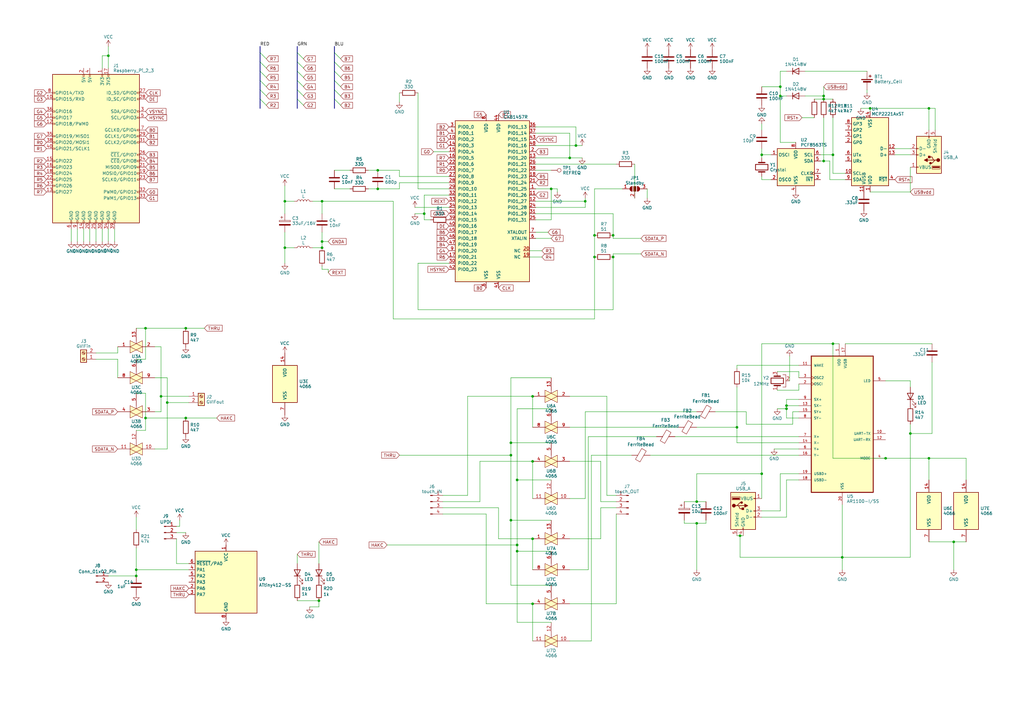
<source format=kicad_sch>
(kicad_sch (version 20230121) (generator eeschema)
  (paper "A3")
  (lib_symbols
    (symbol "4xxx:4066" (pin_names (offset 1.016))
      (property "Reference" "U" (at -7.62 8.89 0))
      (property "Value" "4066" (at -7.62 -8.89 0))
      (symbol "4066_1_0"
        (pin passive line (at -7.62 0 0) (length 5.08) (name "~") (number "1"))
        (pin input line (at 0 7.62 270) (length 5.08) (name "~") (number "13"))
        (pin passive line (at 7.62 0 180) (length 5.08) (name "~") (number "2"))
      )
      (symbol "4066_2_0"
        (pin passive line (at 7.62 0 180) (length 5.08) (name "~") (number "3"))
        (pin passive line (at -7.62 0 0) (length 5.08) (name "~") (number "4"))
        (pin input line (at 0 7.62 270) (length 5.08) (name "~") (number "5"))
      )
      (symbol "4066_3_0"
        (pin input line (at 0 7.62 270) (length 5.08) (name "~") (number "6"))
        (pin passive line (at -7.62 0 0) (length 5.08) (name "~") (number "8"))
        (pin passive line (at 7.62 0 180) (length 5.08) (name "~") (number "9"))
      )
      (symbol "4066_4_0"
        (pin passive line (at 7.62 0 180) (length 5.08) (name "~") (number "10"))
        (pin passive line (at -7.62 0 0) (length 5.08) (name "~") (number "11"))
        (pin input line (at 0 7.62 270) (length 5.08) (name "~") (number "12"))
      )
      (symbol "4066_5_0"
        (pin power_in line (at 0 12.7 270) (length 5.08) (name "VDD") (number "14"))
        (pin power_in line (at 0 -12.7 90) (length 5.08) (name "VSS") (number "7"))
      )
    )
    (symbol "Connector:Conn_01x02_Pin" (pin_names (offset 1.016) hide)
      (property "Reference" "J" (at 0 2.54 0))
      (property "Value" "Conn_01x02_Pin" (at 0 -5.08 0))
      (symbol "Conn_01x02_Pin_1_1"
        (pin passive line (at 5.08 0 180) (length 3.81) (name "Pin_1") (number "1"))
        (pin passive line (at 5.08 -2.54 180) (length 3.81) (name "Pin_2") (number "2"))
      )
    )
    (symbol "Connector:Conn_01x03_Pin" (pin_names (offset 1.016) hide)
      (property "Reference" "J" (at 0 5.08 0))
      (property "Value" "Conn_01x03_Pin" (at 0 -5.08 0))
      (symbol "Conn_01x03_Pin_1_1"
        (pin passive line (at 5.08 2.54 180) (length 3.81) (name "Pin_1") (number "1"))
        (pin passive line (at 5.08 0 180) (length 3.81) (name "Pin_2") (number "2"))
        (pin passive line (at 5.08 -2.54 180) (length 3.81) (name "Pin_3") (number "3"))
      )
    )
    (symbol "Connector:Conn_01x04_Pin" (pin_names (offset 1.016) hide)
      (property "Reference" "J" (at 0 5.08 0))
      (property "Value" "Conn_01x04_Pin" (at 0 -7.62 0))
      (symbol "Conn_01x04_Pin_1_1"
        (pin passive line (at 5.08 2.54 180) (length 3.81) (name "Pin_1") (number "1"))
        (pin passive line (at 5.08 0 180) (length 3.81) (name "Pin_2") (number "2"))
        (pin passive line (at 5.08 -2.54 180) (length 3.81) (name "Pin_3") (number "3"))
        (pin passive line (at 5.08 -5.08 180) (length 3.81) (name "Pin_4") (number "4"))
      )
    )
    (symbol "Connector:Raspberry_Pi_2_3" (pin_names (offset 1.016))
      (property "Reference" "J" (at -17.78 31.75 0))
      (property "Value" "Raspberry_Pi_2_3" (at 10.16 -31.75 0))
      (symbol "Raspberry_Pi_2_3_1_1"
        (pin power_in line (at 2.54 33.02 270) (length 2.54) (name "3V3") (number "1"))
        (pin bidirectional line (at -20.32 20.32 0) (length 2.54) (name "GPIO15/RXD") (number "10"))
        (pin bidirectional line (at -20.32 12.7 0) (length 2.54) (name "GPIO17") (number "11"))
        (pin bidirectional line (at -20.32 10.16 0) (length 2.54) (name "GPIO18/PWM0") (number "12"))
        (pin bidirectional line (at -20.32 -17.78 0) (length 2.54) (name "GPIO27") (number "13"))
        (pin power_in line (at -5.08 -33.02 90) (length 2.54) (name "GND") (number "14"))
        (pin bidirectional line (at -20.32 -5.08 0) (length 2.54) (name "GPIO22") (number "15"))
        (pin bidirectional line (at -20.32 -7.62 0) (length 2.54) (name "GPIO23") (number "16"))
        (pin power_in line (at 5.08 33.02 270) (length 2.54) (name "3V3") (number "17"))
        (pin bidirectional line (at -20.32 -10.16 0) (length 2.54) (name "GPIO24") (number "18"))
        (pin bidirectional line (at 20.32 -10.16 180) (length 2.54) (name "MOSI0/GPIO10") (number "19"))
        (pin power_in line (at -5.08 33.02 270) (length 2.54) (name "5V") (number "2"))
        (pin power_in line (at -2.54 -33.02 90) (length 2.54) (name "GND") (number "20"))
        (pin bidirectional line (at 20.32 -7.62 180) (length 2.54) (name "MISO0/GPIO9") (number "21"))
        (pin bidirectional line (at -20.32 -12.7 0) (length 2.54) (name "GPIO25") (number "22"))
        (pin bidirectional line (at 20.32 -12.7 180) (length 2.54) (name "SCLK0/GPIO11") (number "23"))
        (pin bidirectional line (at 20.32 -5.08 180) (length 2.54) (name "~{CE0}/GPIO8") (number "24"))
        (pin power_in line (at 0 -33.02 90) (length 2.54) (name "GND") (number "25"))
        (pin bidirectional line (at 20.32 -2.54 180) (length 2.54) (name "~{CE1}/GPIO7") (number "26"))
        (pin bidirectional line (at 20.32 22.86 180) (length 2.54) (name "ID_SD/GPIO0") (number "27"))
        (pin bidirectional line (at 20.32 20.32 180) (length 2.54) (name "ID_SC/GPIO1") (number "28"))
        (pin bidirectional line (at 20.32 5.08 180) (length 2.54) (name "GCLK1/GPIO5") (number "29"))
        (pin bidirectional line (at 20.32 15.24 180) (length 2.54) (name "SDA/GPIO2") (number "3"))
        (pin power_in line (at 2.54 -33.02 90) (length 2.54) (name "GND") (number "30"))
        (pin bidirectional line (at 20.32 2.54 180) (length 2.54) (name "GCLK2/GPIO6") (number "31"))
        (pin bidirectional line (at 20.32 -17.78 180) (length 2.54) (name "PWM0/GPIO12") (number "32"))
        (pin bidirectional line (at 20.32 -20.32 180) (length 2.54) (name "PWM1/GPIO13") (number "33"))
        (pin power_in line (at 5.08 -33.02 90) (length 2.54) (name "GND") (number "34"))
        (pin bidirectional line (at -20.32 5.08 0) (length 2.54) (name "GPIO19/MISO1") (number "35"))
        (pin bidirectional line (at -20.32 15.24 0) (length 2.54) (name "GPIO16") (number "36"))
        (pin bidirectional line (at -20.32 -15.24 0) (length 2.54) (name "GPIO26") (number "37"))
        (pin bidirectional line (at -20.32 2.54 0) (length 2.54) (name "GPIO20/MOSI1") (number "38"))
        (pin power_in line (at 7.62 -33.02 90) (length 2.54) (name "GND") (number "39"))
        (pin power_in line (at -2.54 33.02 270) (length 2.54) (name "5V") (number "4"))
        (pin bidirectional line (at -20.32 0 0) (length 2.54) (name "GPIO21/SCLK1") (number "40"))
        (pin bidirectional line (at 20.32 12.7 180) (length 2.54) (name "SCL/GPIO3") (number "5"))
        (pin power_in line (at -10.16 -33.02 90) (length 2.54) (name "GND") (number "6"))
        (pin bidirectional line (at 20.32 7.62 180) (length 2.54) (name "GCLK0/GPIO4") (number "7"))
        (pin bidirectional line (at -20.32 22.86 0) (length 2.54) (name "GPIO14/TXD") (number "8"))
        (pin power_in line (at -7.62 -33.02 90) (length 2.54) (name "GND") (number "9"))
      )
    )
    (symbol "Connector:Screw_Terminal_01x02" (pin_names (offset 1.016) hide)
      (property "Reference" "J" (at 0 2.54 0))
      (property "Value" "Screw_Terminal_01x02" (at 0 -5.08 0))
      (symbol "Screw_Terminal_01x02_1_1"
        (pin passive line (at -5.08 0 0) (length 3.81) (name "Pin_1") (number "1"))
        (pin passive line (at -5.08 -2.54 0) (length 3.81) (name "Pin_2") (number "2"))
      )
    )
    (symbol "Connector:TestPoint" (pin_numbers hide) (pin_names (offset 0.762) hide)
      (property "Reference" "TP" (at 0 6.858 0))
      (property "Value" "TestPoint" (at 0 5.08 0))
      (symbol "TestPoint_1_1"
        (pin passive line (at 0 0 90) (length 2.54) (name "1") (number "1"))
      )
    )
    (symbol "Connector:USB_A" (pin_names (offset 1.016))
      (property "Reference" "J" (at -5.08 11.43 0))
      (property "Value" "USB_A" (at -5.08 8.89 0))
      (symbol "USB_A_1_1"
        (pin power_in line (at 7.62 5.08 180) (length 2.54) (name "VBUS") (number "1"))
        (pin bidirectional line (at 7.62 -2.54 180) (length 2.54) (name "D-") (number "2"))
        (pin bidirectional line (at 7.62 0 180) (length 2.54) (name "D+") (number "3"))
        (pin power_in line (at 0 -10.16 90) (length 2.54) (name "GND") (number "4"))
        (pin passive line (at -2.54 -10.16 90) (length 2.54) (name "Shield") (number "5"))
      )
    )
    (symbol "Device:Battery_Cell" (pin_numbers hide) (pin_names (offset 0) hide)
      (property "Reference" "BT" (at 2.54 2.54 0))
      (property "Value" "Battery_Cell" (at 2.54 0 0))
      (symbol "Battery_Cell_1_1"
        (pin passive line (at 0 5.08 270) (length 2.54) (name "+") (number "1"))
        (pin passive line (at 0 -2.54 90) (length 2.54) (name "-") (number "2"))
      )
    )
    (symbol "Device:C" (pin_numbers hide) (pin_names (offset 0.254))
      (property "Reference" "C" (at 0.635 2.54 0))
      (property "Value" "C" (at 0.635 -2.54 0))
      (symbol "C_1_1"
        (pin passive line (at 0 3.81 270) (length 2.794) (name "~") (number "1"))
        (pin passive line (at 0 -3.81 90) (length 2.794) (name "~") (number "2"))
      )
    )
    (symbol "Device:C_Polarized" (pin_numbers hide) (pin_names (offset 0.254))
      (property "Reference" "C" (at 0.635 2.54 0))
      (property "Value" "C_Polarized" (at 0.635 -2.54 0))
      (symbol "C_Polarized_1_1"
        (pin passive line (at 0 3.81 270) (length 2.794) (name "~") (number "1"))
        (pin passive line (at 0 -3.81 90) (length 2.794) (name "~") (number "2"))
      )
    )
    (symbol "Device:Crystal" (pin_numbers hide) (pin_names (offset 1.016) hide)
      (property "Reference" "Y" (at 0 3.81 0))
      (property "Value" "Crystal" (at 0 -3.81 0))
      (symbol "Crystal_1_1"
        (pin passive line (at -3.81 0 0) (length 1.27) (name "1") (number "1"))
        (pin passive line (at 3.81 0 180) (length 1.27) (name "2") (number "2"))
      )
    )
    (symbol "Device:Crystal_GND2" (pin_names (offset 1.016) hide)
      (property "Reference" "Y" (at 0 5.715 0))
      (property "Value" "Crystal_GND2" (at 0 3.81 0))
      (symbol "Crystal_GND2_1_1"
        (pin passive line (at -3.81 0 0) (length 1.27) (name "1") (number "1"))
        (pin passive line (at 0 -5.08 90) (length 1.27) (name "2") (number "2"))
        (pin passive line (at 3.81 0 180) (length 1.27) (name "3") (number "3"))
      )
    )
    (symbol "Device:FerriteBead" (pin_numbers hide) (pin_names (offset 0))
      (property "Reference" "FB" (at -3.81 0.635 90))
      (property "Value" "FerriteBead" (at 3.81 0 90))
      (symbol "FerriteBead_1_1"
        (pin passive line (at 0 3.81 270) (length 2.54) (name "~") (number "1"))
        (pin passive line (at 0 -3.81 90) (length 2.54) (name "~") (number "2"))
      )
    )
    (symbol "Device:L" (pin_numbers hide) (pin_names (offset 1.016) hide)
      (property "Reference" "L" (at -1.27 0 90))
      (property "Value" "L" (at 1.905 0 90))
      (symbol "L_1_1"
        (pin passive line (at 0 3.81 270) (length 1.27) (name "1") (number "1"))
        (pin passive line (at 0 -3.81 90) (length 1.27) (name "2") (number "2"))
      )
    )
    (symbol "Device:LED" (pin_numbers hide) (pin_names (offset 1.016) hide)
      (property "Reference" "D" (at 0 2.54 0))
      (property "Value" "LED" (at 0 -2.54 0))
      (symbol "LED_1_1"
        (pin passive line (at -3.81 0 0) (length 2.54) (name "K") (number "1"))
        (pin passive line (at 3.81 0 180) (length 2.54) (name "A") (number "2"))
      )
    )
    (symbol "Device:R" (pin_numbers hide) (pin_names (offset 0))
      (property "Reference" "R" (at 2.032 0 90))
      (property "Value" "R" (at 0 0 90))
      (symbol "R_1_1"
        (pin passive line (at 0 3.81 270) (length 1.27) (name "~") (number "1"))
        (pin passive line (at 0 -3.81 90) (length 1.27) (name "~") (number "2"))
      )
    )
    (symbol "Diode:1N4148W" (pin_numbers hide) (pin_names hide)
      (property "Reference" "D" (at 0 2.54 0))
      (property "Value" "1N4148W" (at 0 -2.54 0))
      (symbol "1N4148W_1_1"
        (pin passive line (at -3.81 0 0) (length 2.54) (name "K") (number "1"))
        (pin passive line (at 3.81 0 180) (length 2.54) (name "A") (number "2"))
      )
    )
    (symbol "Interface_USB:MCP2221AxST"
      (property "Reference" "U" (at -7.62 16.51 0))
      (property "Value" "MCP2221AxST" (at 12.7 16.51 0))
      (symbol "MCP2221AxST_1_1"
        (pin power_in line (at 0 17.78 270) (length 2.54) (name "VDD") (number "1"))
        (pin bidirectional line (at 10.16 10.16 180) (length 2.54) (name "SCL") (number "10"))
        (pin passive line (at 2.54 17.78 270) (length 2.54) (name "VUSB") (number "11"))
        (pin bidirectional line (at -10.16 0 0) (length 2.54) (name "D-") (number "12"))
        (pin bidirectional line (at -10.16 2.54 0) (length 2.54) (name "D+") (number "13"))
        (pin power_in line (at 0 -15.24 90) (length 2.54) (name "VSS") (number "14"))
        (pin bidirectional line (at 10.16 -2.54 180) (length 2.54) (name "GP0") (number "2"))
        (pin bidirectional line (at 10.16 -5.08 180) (length 2.54) (name "GP1") (number "3"))
        (pin input line (at -10.16 12.7 0) (length 2.54) (name "~{RST}") (number "4"))
        (pin input line (at 10.16 5.08 180) (length 2.54) (name "URx") (number "5"))
        (pin output line (at 10.16 2.54 180) (length 2.54) (name "UTx") (number "6"))
        (pin bidirectional line (at 10.16 -7.62 180) (length 2.54) (name "GP2") (number "7"))
        (pin bidirectional line (at 10.16 -10.16 180) (length 2.54) (name "GP3") (number "8"))
        (pin bidirectional line (at 10.16 12.7 180) (length 2.54) (name "SDA") (number "9"))
      )
    )
    (symbol "Jumper:SolderJumper_3_Open" (pin_names (offset 0) hide)
      (property "Reference" "JP" (at -2.54 -2.54 0))
      (property "Value" "SolderJumper_3_Open" (at 0 2.794 0))
      (symbol "SolderJumper_3_Open_1_1"
        (pin passive line (at -5.08 0 0) (length 2.54) (name "A") (number "1"))
        (pin passive line (at 0 -3.81 90) (length 2.54) (name "C") (number "2"))
        (pin passive line (at 5.08 0 180) (length 2.54) (name "B") (number "3"))
      )
    )
    (symbol "LPCon:AR1100-I/SS" (pin_names (offset 1.016))
      (property "Reference" "U" (at -12.7 28.94 0))
      (property "Value" "AR1100-I{slash}SS" (at -17.78 -31.75 0))
      (symbol "AR1100-I/SS_0_0"
        (pin power_in line (at -1.27 33.02 270) (length 5.08) (name "VDD") (number "1"))
        (pin output line (at 17.78 -3.81 180) (length 5.08) (name "UART-TX") (number "10"))
        (pin input line (at -17.78 24.13 0) (length 5.08) (name "WAKE") (number "11"))
        (pin input line (at 17.78 -6.35 180) (length 5.08) (name "UART-RX") (number "12"))
        (pin input line (at -17.78 7.62 0) (length 5.08) (name "SX-") (number "13"))
        (pin input line (at -17.78 -7.62 0) (length 5.08) (name "X-") (number "14"))
        (pin input line (at -17.78 5.08 0) (length 5.08) (name "SY+") (number "15"))
        (pin input line (at -17.78 -12.7 0) (length 5.08) (name "Y-") (number "16"))
        (pin power_in line (at 1.27 33.02 270) (length 5.08) (name "VUSB") (number "17"))
        (pin bidirectional line (at -17.78 -22.86 0) (length 5.08) (name "USBD-") (number "18"))
        (pin bidirectional line (at -17.78 -20.32 0) (length 5.08) (name "USBD+") (number "19"))
        (pin input clock (at -17.78 16.51 0) (length 5.08) (name "OSCI") (number "2"))
        (pin power_in line (at 0 -33.02 90) (length 5.08) (name "VSS") (number "20"))
        (pin input clock (at -17.78 19.05 0) (length 5.08) (name "OSC2") (number "3"))
        (pin input line (at 17.78 -13.97 180) (length 5.08) (name "MODE") (number "4"))
        (pin output line (at 17.78 17.78 180) (length 5.08) (name "LED") (number "5"))
        (pin input line (at -17.78 -10.16 0) (length 5.08) (name "Y+") (number "6"))
        (pin input line (at -17.78 -5.08 0) (length 5.08) (name "X+") (number "7"))
        (pin input line (at -17.78 2.54 0) (length 5.08) (name "SY-") (number "8"))
        (pin input line (at -17.78 10.16 0) (length 5.08) (name "SX+") (number "9"))
      )
    )
    (symbol "MCU_Microchip_ATtiny:ATtiny412-SS"
      (property "Reference" "U" (at -12.7 13.97 0))
      (property "Value" "ATtiny412-SS" (at 2.54 -13.97 0))
      (symbol "ATtiny412-SS_1_1"
        (pin power_in line (at 0 15.24 270) (length 2.54) (name "VCC") (number "1"))
        (pin bidirectional line (at 15.24 -2.54 180) (length 2.54) (name "PA6") (number "2"))
        (pin bidirectional line (at 15.24 -5.08 180) (length 2.54) (name "PA7") (number "3"))
        (pin bidirectional line (at 15.24 5.08 180) (length 2.54) (name "PA1") (number "4"))
        (pin bidirectional line (at 15.24 2.54 180) (length 2.54) (name "PA2") (number "5"))
        (pin bidirectional line (at 15.24 7.62 180) (length 2.54) (name "~{RESET}/PA0") (number "6"))
        (pin bidirectional line (at 15.24 0 180) (length 2.54) (name "PA3") (number "7"))
        (pin power_in line (at 0 -15.24 90) (length 2.54) (name "GND") (number "8"))
      )
    )
    (symbol "MCU_NXP_LPC_out:LPC11E12FBD48-201" (pin_names (offset 1.016))
      (property "Reference" "U" (at -12.7 34.29 0))
      (property "Value" "LPC11E12FBD48-201" (at 24.13 34.29 0))
      (symbol "LPC11E12FBD48-201_1_1"
        (pin bidirectional line (at 17.78 5.08 180) (length 2.54) (name "PIO1_25") (number "1"))
        (pin bidirectional line (at -17.78 25.4 0) (length 2.54) (name "PIO0_2") (number "10"))
        (pin bidirectional line (at 17.78 2.54 180) (length 2.54) (name "PIO1_26") (number "11"))
        (pin bidirectional line (at 17.78 0 180) (length 2.54) (name "PIO1_27") (number "12"))
        (pin bidirectional line (at 17.78 17.78 180) (length 2.54) (name "PIO1_20") (number "13"))
        (pin bidirectional line (at -17.78 22.86 0) (length 2.54) (name "PIO0_3") (number "14"))
        (pin open_collector line (at -17.78 20.32 0) (length 2.54) (name "PIO0_4") (number "15"))
        (pin open_collector line (at -17.78 17.78 0) (length 2.54) (name "PIO0_5") (number "16"))
        (pin bidirectional line (at -17.78 -22.86 0) (length 2.54) (name "PIO0_21") (number "17"))
        (pin bidirectional line (at 17.78 10.16 180) (length 2.54) (name "PIO1_23") (number "18"))
        (pin bidirectional line (at 15.24 -22.86 180) (length 2.54) (name "NC") (number "19"))
        (pin bidirectional line (at 17.78 20.32 180) (length 2.54) (name "PIO1_19") (number "2"))
        (pin bidirectional line (at 15.24 -20.32 180) (length 2.54) (name "NC") (number "20"))
        (pin bidirectional line (at 17.78 7.62 180) (length 2.54) (name "PIO1_24") (number "21"))
        (pin bidirectional line (at -17.78 15.24 0) (length 2.54) (name "PIO0_6") (number "22"))
        (pin bidirectional line (at -17.78 12.7 0) (length 2.54) (name "PIO0_7") (number "23"))
        (pin bidirectional line (at 17.78 -2.54 180) (length 2.54) (name "PIO1_28") (number "24"))
        (pin bidirectional line (at 17.78 -7.62 180) (length 2.54) (name "PIO1_31") (number "25"))
        (pin bidirectional line (at 17.78 15.24 180) (length 2.54) (name "PIO1_21") (number "26"))
        (pin bidirectional line (at -17.78 10.16 0) (length 2.54) (name "PIO0_8") (number "27"))
        (pin bidirectional line (at -17.78 7.62 0) (length 2.54) (name "PIO0_9") (number "28"))
        (pin bidirectional line (at -17.78 5.08 0) (length 2.54) (name "PIO0_10") (number "29"))
        (pin bidirectional line (at -17.78 30.48 0) (length 2.54) (name "PIO0_0") (number "3"))
        (pin bidirectional line (at -17.78 -25.4 0) (length 2.54) (name "PIO0_22") (number "30"))
        (pin bidirectional line (at 17.78 -5.08 180) (length 2.54) (name "PIO1_29") (number "31"))
        (pin bidirectional line (at -17.78 2.54 0) (length 2.54) (name "PIO0_11") (number "32"))
        (pin bidirectional line (at -17.78 0 0) (length 2.54) (name "PIO0_12") (number "33"))
        (pin bidirectional line (at -17.78 -2.54 0) (length 2.54) (name "PIO0_13") (number "34"))
        (pin bidirectional line (at -17.78 -5.08 0) (length 2.54) (name "PIO0_14") (number "35"))
        (pin bidirectional line (at 17.78 30.48 180) (length 2.54) (name "PIO1_13") (number "36"))
        (pin bidirectional line (at 17.78 27.94 180) (length 2.54) (name "PIO1_14") (number "37"))
        (pin bidirectional line (at 17.78 12.7 180) (length 2.54) (name "PIO1_22") (number "38"))
        (pin bidirectional line (at -17.78 -7.62 0) (length 2.54) (name "PIO0_15") (number "39"))
        (pin bidirectional line (at -17.78 27.94 0) (length 2.54) (name "PIO0_1") (number "4"))
        (pin bidirectional line (at -17.78 -10.16 0) (length 2.54) (name "PIO0_16") (number "40"))
        (pin power_in line (at 2.54 -35.56 90) (length 2.54) (name "VSS") (number "41"))
        (pin bidirectional line (at -17.78 -27.94 0) (length 2.54) (name "PIO0_23") (number "42"))
        (pin bidirectional line (at 17.78 25.4 180) (length 2.54) (name "PIO1_15") (number "43"))
        (pin power_in line (at 2.54 35.56 270) (length 2.54) (name "VDD") (number "44"))
        (pin bidirectional line (at -17.78 -12.7 0) (length 2.54) (name "PIO0_17") (number "45"))
        (pin bidirectional line (at -17.78 -15.24 0) (length 2.54) (name "PIO0_18") (number "46"))
        (pin bidirectional line (at -17.78 -17.78 0) (length 2.54) (name "PIO0_19") (number "47"))
        (pin bidirectional line (at 17.78 22.86 180) (length 2.54) (name "PIO1_16") (number "48"))
        (pin power_in line (at -2.54 -35.56 90) (length 2.54) (name "VSS") (number "5"))
        (pin passive line (at 17.78 -15.24 180) (length 2.54) (name "XTALIN") (number "6"))
        (pin passive line (at 17.78 -12.7 180) (length 2.54) (name "XTALOUT") (number "7"))
        (pin power_in line (at -2.54 35.56 270) (length 2.54) (name "VDD") (number "8"))
        (pin bidirectional line (at -17.78 -20.32 0) (length 2.54) (name "PIO0_20") (number "9"))
      )
    )
    (symbol "Timer_RTC:PCF8563TS"
      (property "Reference" "U" (at -7.62 8.89 0))
      (property "Value" "PCF8563TS" (at 2.54 8.89 0))
      (symbol "PCF8563TS_1_1"
        (pin input line (at -10.16 5.08 0) (length 2.54) (name "OSCI") (number "1"))
        (pin output line (at -10.16 -5.08 0) (length 2.54) (name "OSCO") (number "2"))
        (pin output line (at 10.16 -5.08 180) (length 2.54) (name "~{INT}") (number "3"))
        (pin power_in line (at 0 -10.16 90) (length 2.54) (name "VSS") (number "4"))
        (pin bidirectional line (at 10.16 2.54 180) (length 2.54) (name "SDA") (number "5"))
        (pin input line (at 10.16 5.08 180) (length 2.54) (name "SCL") (number "6"))
        (pin output clock (at 10.16 -2.54 180) (length 2.54) (name "CLKO") (number "7"))
        (pin power_in line (at 0 10.16 270) (length 2.54) (name "VDD") (number "8"))
      )
    )
    (symbol "power:GND" (power) (pin_names (offset 0))
      (property "Value" "GND" (at 0 -3.81 0))
      (symbol "GND_1_1"
        (pin power_in line (at 0 0 270) (length 0) hide (name "GND") (number "1"))
      )
    )
    (symbol "power:VCC" (power) (pin_names (offset 0))
      (property "Value" "VCC" (at 0 3.81 0))
      (symbol "VCC_1_1"
        (pin power_in line (at 0 0 90) (length 0) hide (name "VCC") (number "1"))
      )
    )
  )
  (junction (at 218.44 162.56))
  (junction (at 68.58 165.1))
  (junction (at 66.04 162.56))
  (junction (at 391.16 222.25))
  (junction (at 236.22 59.69))
  (junction (at 209.55 186.69))
  (junction (at 337.82 40.64))
  (junction (at 76.2 171.45))
  (junction (at 312.42 63.5))
  (junction (at 226.06 77.47))
  (junction (at 373.38 177.8))
  (junction (at 130.81 246.38))
  (junction (at 363.22 187.96))
  (junction (at 59.69 134.62))
  (junction (at 345.44 228.6))
  (junction (at 303.53 219.71))
  (junction (at 132.08 99.06))
  (junction (at 132.08 82.55))
  (junction (at 116.84 82.55))
  (junction (at 116.84 101.6))
  (junction (at 240.03 82.55))
  (junction (at 209.55 181.61))
  (junction (at 356.87 44.45))
  (junction (at 285.75 205.74))
  (junction (at 243.84 105.41))
  (junction (at 312.42 194.31))
  (junction (at 154.94 69.85))
  (junction (at 218.44 189.23))
  (junction (at 218.44 247.65))
  (junction (at 55.88 236.22))
  (junction (at 251.46 96.52))
  (junction (at 132.08 101.6))
  (junction (at 320.04 39.37))
  (junction (at 381 187.96))
  (junction (at 322.58 167.64))
  (junction (at 212.09 223.52))
  (junction (at 251.46 105.41))
  (junction (at 320.04 35.56))
  (junction (at 59.69 171.45))
  (junction (at 337.82 66.04))
  (junction (at 76.2 134.62))
  (junction (at 341.63 140.97))
  (junction (at 212.09 196.85))
  (junction (at 302.26 175.26))
  (junction (at 173.99 87.63))
  (junction (at 337.82 39.37))
  (junction (at 233.68 64.77))
  (junction (at 218.44 220.98))
  (junction (at 44.45 22.86))
  (junction (at 154.94 77.47))
  (junction (at 322.58 166.37))
  (junction (at 341.63 63.5))
  (junction (at 285.75 214.63))
  (junction (at 55.88 233.68))
  (junction (at 209.55 213.36))
  (junction (at 243.84 96.52))
  (junction (at 381 44.45))
  (junction (at 212.09 226.06))
  (bus_entry (at 137.16 21.59) (size 2.54 2.54))
  (bus_entry (at 137.16 33.02) (size 2.54 2.54))
  (bus_entry (at 121.92 40.64) (size 2.54 2.54))
  (bus_entry (at 137.16 29.21) (size 2.54 2.54))
  (bus_entry (at 137.16 25.4) (size 2.54 2.54))
  (bus_entry (at 106.68 40.64) (size 2.54 2.54))
  (bus_entry (at 106.68 36.83) (size 2.54 2.54))
  (bus_entry (at 121.92 21.59) (size 2.54 2.54))
  (bus_entry (at 121.92 33.02) (size 2.54 2.54))
  (bus_entry (at 106.68 25.4) (size 2.54 2.54))
  (bus_entry (at 121.92 36.83) (size 2.54 2.54))
  (bus_entry (at 121.92 25.4) (size 2.54 2.54))
  (bus_entry (at 137.16 40.64) (size 2.54 2.54))
  (bus_entry (at 106.68 29.21) (size 2.54 2.54))
  (bus_entry (at 106.68 33.02) (size 2.54 2.54))
  (bus_entry (at 137.16 36.83) (size 2.54 2.54))
  (bus_entry (at 106.68 21.59) (size 2.54 2.54))
  (bus_entry (at 121.92 29.21) (size 2.54 2.54))
  (wire (pts (xy 212.09 255.27) (xy 226.06 255.27)))
  (wire (pts (xy 226.06 154.94) (xy 209.55 154.94)))
  (wire (pts (xy 209.55 154.94) (xy 209.55 181.61)))
  (wire (pts (xy 252.73 247.65) (xy 252.73 210.82)))
  (wire (pts (xy 228.6 77.47) (xy 228.6 78.74)))
  (wire (pts (xy 209.55 181.61) (xy 226.06 181.61)))
  (wire (pts (xy 246.38 189.23) (xy 246.38 205.74)))
  (wire (pts (xy 209.55 213.36) (xy 226.06 213.36)))
  (wire (pts (xy 55.88 161.29) (xy 59.69 161.29)))
  (wire (pts (xy 241.3 233.68) (xy 233.68 233.68)))
  (wire (pts (xy 226.06 77.47) (xy 228.6 77.47)))
  (bus (pts (xy 106.68 25.4) (xy 106.68 29.21)))
  (wire (pts (xy 367.03 63.5) (xy 373.38 63.5)))
  (wire (pts (xy 116.84 95.25) (xy 116.84 101.6)))
  (wire (pts (xy 233.68 64.77) (xy 238.76 64.77)))
  (wire (pts (xy 312.42 35.56) (xy 320.04 35.56)))
  (wire (pts (xy 163.83 72.39) (xy 184.15 72.39)))
  (wire (pts (xy 218.44 262.89) (xy 218.44 247.65)))
  (wire (pts (xy 243.84 96.52) (xy 243.84 105.41)))
  (wire (pts (xy 209.55 186.69) (xy 209.55 213.36)))
  (wire (pts (xy 34.29 99.06) (xy 34.29 93.98)))
  (wire (pts (xy 199.39 247.65) (xy 218.44 247.65)))
  (wire (pts (xy 217.17 102.87) (xy 222.25 102.87)))
  (wire (pts (xy 266.7 186.69) (xy 327.66 186.69)))
  (wire (pts (xy 163.83 77.47) (xy 154.94 77.47)))
  (bus (pts (xy 106.68 33.02) (xy 106.68 36.83)))
  (wire (pts (xy 382.27 177.8) (xy 373.38 177.8)))
  (wire (pts (xy 312.42 212.09) (xy 322.58 212.09)))
  (wire (pts (xy 39.37 144.78) (xy 48.26 144.78)))
  (wire (pts (xy 72.39 218.44) (xy 76.2 218.44)))
  (wire (pts (xy 381 187.96) (xy 396.24 187.96)))
  (wire (pts (xy 330.2 29.21) (xy 355.6 29.21)))
  (wire (pts (xy 302.26 149.86) (xy 327.66 149.86)))
  (bus (pts (xy 121.92 40.64) (xy 121.92 44.45)))
  (wire (pts (xy 161.29 130.81) (xy 243.84 130.81)))
  (wire (pts (xy 246.38 220.98) (xy 246.38 208.28)))
  (wire (pts (xy 236.22 59.69) (xy 238.76 59.69)))
  (wire (pts (xy 302.26 181.61) (xy 327.66 181.61)))
  (wire (pts (xy 219.71 52.07) (xy 236.22 52.07)))
  (wire (pts (xy 322.58 196.85) (xy 327.66 196.85)))
  (wire (pts (xy 289.56 214.63) (xy 289.56 213.36)))
  (wire (pts (xy 306.07 168.91) (xy 306.07 173.99)))
  (wire (pts (xy 68.58 165.1) (xy 68.58 154.94)))
  (wire (pts (xy 341.63 71.12) (xy 346.71 71.12)))
  (wire (pts (xy 204.47 208.28) (xy 204.47 220.98)))
  (wire (pts (xy 66.04 162.56) (xy 66.04 142.24)))
  (wire (pts (xy 312.42 73.66) (xy 312.42 72.39)))
  (bus (pts (xy 137.16 25.4) (xy 137.16 29.21)))
  (wire (pts (xy 341.63 63.5) (xy 341.63 71.12)))
  (wire (pts (xy 212.09 196.85) (xy 212.09 223.52)))
  (wire (pts (xy 173.99 80.01) (xy 173.99 87.63)))
  (wire (pts (xy 248.92 203.2) (xy 252.73 203.2)))
  (wire (pts (xy 128.27 82.55) (xy 132.08 82.55)))
  (wire (pts (xy 280.67 213.36) (xy 280.67 214.63)))
  (wire (pts (xy 218.44 162.56) (xy 218.44 175.26)))
  (wire (pts (xy 322.58 166.37) (xy 322.58 167.64)))
  (wire (pts (xy 72.39 215.9) (xy 73.66 215.9)))
  (wire (pts (xy 219.71 59.69) (xy 236.22 59.69)))
  (wire (pts (xy 163.83 74.93) (xy 184.15 74.93)))
  (wire (pts (xy 285.75 214.63) (xy 289.56 214.63)))
  (wire (pts (xy 322.58 29.21) (xy 320.04 29.21)))
  (wire (pts (xy 63.5 168.91) (xy 66.04 168.91)))
  (wire (pts (xy 55.88 176.53) (xy 59.69 176.53)))
  (wire (pts (xy 199.39 210.82) (xy 199.39 247.65)))
  (wire (pts (xy 337.82 66.04) (xy 336.55 66.04)))
  (wire (pts (xy 130.81 246.38) (xy 130.81 248.92)))
  (wire (pts (xy 242.57 186.69) (xy 242.57 262.89)))
  (wire (pts (xy 171.45 107.95) (xy 171.45 127)))
  (wire (pts (xy 251.46 127) (xy 251.46 105.41)))
  (wire (pts (xy 233.68 262.89) (xy 242.57 262.89)))
  (wire (pts (xy 316.23 73.66) (xy 312.42 73.66)))
  (wire (pts (xy 68.58 165.1) (xy 77.47 165.1)))
  (wire (pts (xy 303.53 228.6) (xy 345.44 228.6)))
  (wire (pts (xy 391.16 222.25) (xy 391.16 233.68)))
  (wire (pts (xy 171.45 127) (xy 251.46 127)))
  (wire (pts (xy 121.92 227.33) (xy 121.92 231.14)))
  (wire (pts (xy 116.84 76.2) (xy 116.84 82.55)))
  (wire (pts (xy 346.71 140.97) (xy 382.27 140.97)))
  (wire (pts (xy 391.16 222.25) (xy 396.24 222.25)))
  (bus (pts (xy 121.92 21.59) (xy 121.92 25.4)))
  (wire (pts (xy 337.82 48.26) (xy 337.82 66.04)))
  (wire (pts (xy 219.71 54.61) (xy 233.68 54.61)))
  (wire (pts (xy 209.55 181.61) (xy 209.55 186.69)))
  (wire (pts (xy 233.68 247.65) (xy 252.73 247.65)))
  (wire (pts (xy 285.75 205.74) (xy 289.56 205.74)))
  (wire (pts (xy 181.61 210.82) (xy 199.39 210.82)))
  (wire (pts (xy 327.66 179.07) (xy 276.86 179.07)))
  (wire (pts (xy 327.66 152.4) (xy 318.77 152.4)))
  (wire (pts (xy 396.24 196.85) (xy 396.24 187.96)))
  (wire (pts (xy 163.83 186.69) (xy 209.55 186.69)))
  (wire (pts (xy 204.47 220.98) (xy 218.44 220.98)))
  (wire (pts (xy 116.84 101.6) (xy 120.65 101.6)))
  (wire (pts (xy 312.42 60.96) (xy 312.42 63.5)))
  (wire (pts (xy 191.77 162.56) (xy 218.44 162.56)))
  (wire (pts (xy 312.42 50.8) (xy 312.42 53.34)))
  (wire (pts (xy 312.42 204.47) (xy 312.42 194.31)))
  (wire (pts (xy 219.71 69.85) (xy 226.06 69.85)))
  (wire (pts (xy 55.88 212.09) (xy 55.88 217.17)))
  (wire (pts (xy 226.06 90.17) (xy 226.06 77.47)))
  (wire (pts (xy 303.53 228.6) (xy 303.53 219.71)))
  (wire (pts (xy 77.47 231.14) (xy 72.39 231.14)))
  (wire (pts (xy 151.13 69.85) (xy 154.94 69.85)))
  (wire (pts (xy 337.82 35.56) (xy 337.82 39.37)))
  (wire (pts (xy 132.08 82.55) (xy 161.29 82.55)))
  (wire (pts (xy 233.68 204.47) (xy 240.03 204.47)))
  (wire (pts (xy 48.26 144.78) (xy 48.26 142.24)))
  (wire (pts (xy 41.91 27.94) (xy 41.91 22.86)))
  (wire (pts (xy 336.55 63.5) (xy 341.63 63.5)))
  (wire (pts (xy 337.82 39.37) (xy 337.82 40.64)))
  (wire (pts (xy 327.66 163.83) (xy 322.58 163.83)))
  (wire (pts (xy 243.84 130.81) (xy 243.84 105.41)))
  (wire (pts (xy 345.44 228.6) (xy 345.44 207.01)))
  (wire (pts (xy 293.37 168.91) (xy 306.07 168.91)))
  (wire (pts (xy 212.09 226.06) (xy 212.09 255.27)))
  (wire (pts (xy 196.85 189.23) (xy 218.44 189.23)))
  (wire (pts (xy 55.88 233.68) (xy 77.47 233.68)))
  (bus (pts (xy 137.16 29.21) (xy 137.16 33.02)))
  (wire (pts (xy 355.6 36.83) (xy 355.6 38.1)))
  (wire (pts (xy 39.37 99.06) (xy 39.37 93.98)))
  (wire (pts (xy 59.69 171.45) (xy 76.2 171.45)))
  (bus (pts (xy 121.92 25.4) (xy 121.92 29.21)))
  (wire (pts (xy 304.8 219.71) (xy 303.53 219.71)))
  (wire (pts (xy 121.92 246.38) (xy 130.81 246.38)))
  (wire (pts (xy 363.22 187.96) (xy 341.63 187.96)))
  (wire (pts (xy 262.89 104.14) (xy 251.46 104.14)))
  (wire (pts (xy 76.2 134.62) (xy 83.82 134.62)))
  (wire (pts (xy 240.03 168.91) (xy 285.75 168.91)))
  (wire (pts (xy 226.06 97.79) (xy 219.71 97.79)))
  (wire (pts (xy 163.83 72.39) (xy 163.83 69.85)))
  (wire (pts (xy 224.79 95.25) (xy 219.71 95.25)))
  (bus (pts (xy 137.16 21.59) (xy 137.16 25.4)))
  (wire (pts (xy 181.61 203.2) (xy 191.77 203.2)))
  (wire (pts (xy 132.08 82.55) (xy 132.08 87.63)))
  (bus (pts (xy 121.92 33.02) (xy 121.92 36.83)))
  (wire (pts (xy 39.37 147.32) (xy 48.26 147.32)))
  (wire (pts (xy 212.09 226.06) (xy 226.06 226.06)))
  (wire (pts (xy 191.77 203.2) (xy 191.77 162.56)))
  (wire (pts (xy 325.12 173.99) (xy 325.12 168.91)))
  (bus (pts (xy 121.92 36.83) (xy 121.92 40.64)))
  (bus (pts (xy 106.68 19.05) (xy 106.68 21.59)))
  (wire (pts (xy 233.68 189.23) (xy 246.38 189.23)))
  (wire (pts (xy 302.26 158.75) (xy 302.26 175.26)))
  (wire (pts (xy 353.06 44.45) (xy 356.87 44.45)))
  (wire (pts (xy 381 187.96) (xy 381 196.85)))
  (wire (pts (xy 44.45 27.94) (xy 44.45 22.86)))
  (wire (pts (xy 341.63 187.96) (xy 341.63 140.97)))
  (wire (pts (xy 312.42 63.5) (xy 316.23 63.5)))
  (wire (pts (xy 130.81 222.25) (xy 130.81 231.14)))
  (wire (pts (xy 320.04 35.56) (xy 320.04 39.37)))
  (wire (pts (xy 327.66 160.02) (xy 327.66 157.48)))
  (wire (pts (xy 46.99 99.06) (xy 46.99 93.98)))
  (wire (pts (xy 68.58 184.15) (xy 68.58 165.1)))
  (wire (pts (xy 219.71 85.09) (xy 240.03 85.09)))
  (wire (pts (xy 177.8 62.23) (xy 184.15 62.23)))
  (wire (pts (xy 302.26 151.13) (xy 302.26 149.86)))
  (wire (pts (xy 320.04 39.37) (xy 320.04 58.42)))
  (wire (pts (xy 171.45 77.47) (xy 171.45 38.1)))
  (wire (pts (xy 163.83 74.93) (xy 163.83 77.47)))
  (bus (pts (xy 137.16 36.83) (xy 137.16 40.64)))
  (wire (pts (xy 173.99 90.17) (xy 173.99 87.63)))
  (wire (pts (xy 322.58 171.45) (xy 327.66 171.45)))
  (wire (pts (xy 381 222.25) (xy 391.16 222.25)))
  (wire (pts (xy 233.68 175.26) (xy 278.13 175.26)))
  (wire (pts (xy 44.45 22.86) (xy 44.45 19.05)))
  (wire (pts (xy 36.83 99.06) (xy 36.83 93.98)))
  (wire (pts (xy 217.17 105.41) (xy 222.25 105.41)))
  (wire (pts (xy 251.46 97.79) (xy 251.46 96.52)))
  (wire (pts (xy 31.75 99.06) (xy 31.75 93.98)))
  (wire (pts (xy 226.06 167.64) (xy 212.09 167.64)))
  (wire (pts (xy 55.88 236.22) (xy 55.88 233.68)))
  (wire (pts (xy 170.18 85.09) (xy 184.15 85.09)))
  (wire (pts (xy 285.75 205.74) (xy 285.75 194.31)))
  (wire (pts (xy 242.57 186.69) (xy 259.08 186.69)))
  (wire (pts (xy 48.26 147.32) (xy 48.26 154.94)))
  (wire (pts (xy 41.91 99.06) (xy 41.91 93.98)))
  (wire (pts (xy 173.99 80.01) (xy 184.15 80.01)))
  (wire (pts (xy 218.44 189.23) (xy 218.44 204.47)))
  (wire (pts (xy 219.71 67.31) (xy 252.73 67.31)))
  (wire (pts (xy 163.83 38.1) (xy 163.83 41.91)))
  (wire (pts (xy 132.08 101.6) (xy 132.08 99.06)))
  (wire (pts (xy 163.83 69.85) (xy 154.94 69.85)))
  (wire (pts (xy 132.08 99.06) (xy 132.08 95.25)))
  (wire (pts (xy 367.03 60.96) (xy 373.38 60.96)))
  (bus (pts (xy 137.16 19.05) (xy 137.16 21.59)))
  (wire (pts (xy 176.53 90.17) (xy 173.99 90.17)))
  (wire (pts (xy 302.26 175.26) (xy 302.26 181.61)))
  (wire (pts (xy 285.75 233.68) (xy 285.75 214.63)))
  (wire (pts (xy 72.39 231.14) (xy 72.39 220.98)))
  (wire (pts (xy 181.61 205.74) (xy 196.85 205.74)))
  (wire (pts (xy 320.04 58.42) (xy 326.39 58.42)))
  (wire (pts (xy 44.4219 98.8659) (xy 44.4219 93.7859)))
  (wire (pts (xy 212.09 223.52) (xy 212.09 226.06)))
  (wire (pts (xy 196.85 205.74) (xy 196.85 189.23)))
  (wire (pts (xy 303.53 219.71) (xy 302.26 219.71)))
  (wire (pts (xy 356.87 44.45) (xy 356.87 45.72)))
  (bus (pts (xy 121.92 19.05) (xy 121.92 21.59)))
  (wire (pts (xy 341.63 48.26) (xy 341.63 63.5)))
  (bus (pts (xy 137.16 40.64) (xy 137.16 44.45)))
  (wire (pts (xy 318.77 167.64) (xy 322.58 167.64)))
  (wire (pts (xy 345.44 228.6) (xy 345.44 233.68)))
  (wire (pts (xy 116.84 101.6) (xy 116.84 107.95)))
  (wire (pts (xy 325.12 168.91) (xy 327.66 168.91)))
  (wire (pts (xy 322.58 212.09) (xy 322.58 196.85)))
  (wire (pts (xy 134.62 111.76) (xy 134.62 110.49)))
  (wire (pts (xy 373.38 173.99) (xy 373.38 177.8)))
  (wire (pts (xy 356.87 44.45) (xy 381 44.45)))
  (wire (pts (xy 280.67 214.63) (xy 285.75 214.63)))
  (wire (pts (xy 262.89 97.79) (xy 251.46 97.79)))
  (wire (pts (xy 241.3 179.07) (xy 241.3 233.68)))
  (bus (pts (xy 121.92 29.21) (xy 121.92 33.02)))
  (wire (pts (xy 312.42 140.97) (xy 341.63 140.97)))
  (wire (pts (xy 356.87 78.74) (xy 373.38 78.74)))
  (wire (pts (xy 306.07 173.99) (xy 325.12 173.99)))
  (wire (pts (xy 219.71 77.47) (xy 226.06 77.47)))
  (wire (pts (xy 219.71 82.55) (xy 240.03 82.55)))
  (wire (pts (xy 116.84 82.55) (xy 116.84 87.63)))
  (wire (pts (xy 219.71 87.63) (xy 251.46 87.63)))
  (wire (pts (xy 312.42 209.55) (xy 320.04 209.55)))
  (wire (pts (xy 151.13 77.47) (xy 154.94 77.47)))
  (wire (pts (xy 59.69 134.62) (xy 55.88 134.62)))
  (wire (pts (xy 209.55 240.03) (xy 226.06 240.03)))
  (wire (pts (xy 233.68 220.98) (xy 246.38 220.98)))
  (wire (pts (xy 212.09 196.85) (xy 226.06 196.85)))
  (wire (pts (xy 55.88 147.32) (xy 59.69 147.32)))
  (wire (pts (xy 68.58 154.94) (xy 63.5 154.94)))
  (wire (pts (xy 243.84 77.47) (xy 243.84 96.52)))
  (wire (pts (xy 363.22 156.21) (xy 373.38 156.21)))
  (wire (pts (xy 128.27 101.6) (xy 132.08 101.6)))
  (wire (pts (xy 59.69 161.29) (xy 59.69 171.45)))
  (wire (pts (xy 346.71 73.66) (xy 340.36 73.66)))
  (wire (pts (xy 63.5 184.15) (xy 68.58 184.15)))
  (wire (pts (xy 381 44.45) (xy 381 53.34)))
  (wire (pts (xy 66.04 162.56) (xy 77.47 162.56)))
  (wire (pts (xy 318.77 160.02) (xy 327.66 160.02)))
  (wire (pts (xy 137.16 69.85) (xy 143.51 69.85)))
  (wire (pts (xy 132.08 110.49) (xy 132.08 109.22)))
  (bus (pts (xy 106.68 40.64) (xy 106.68 44.45)))
  (wire (pts (xy 285.75 194.31) (xy 312.42 194.31)))
  (wire (pts (xy 312.42 194.31) (xy 312.42 140.97)))
  (wire (pts (xy 322.58 163.83) (xy 322.58 166.37)))
  (wire (pts (xy 320.04 29.21) (xy 320.04 35.56)))
  (wire (pts (xy 373.38 156.21) (xy 373.38 158.75)))
  (wire (pts (xy 134.62 110.49) (xy 132.08 110.49)))
  (wire (pts (xy 137.16 77.47) (xy 143.51 77.47)))
  (bus (pts (xy 106.68 36.83) (xy 106.68 40.64)))
  (wire (pts (xy 134.62 99.06) (xy 132.08 99.06)))
  (wire (pts (xy 280.67 205.74) (xy 285.75 205.74)))
  (wire (pts (xy 341.63 140.97) (xy 344.17 140.97)))
  (wire (pts (xy 44.45 236.22) (xy 55.88 236.22)))
  (wire (pts (xy 383.54 53.34) (xy 383.54 44.45)))
  (wire (pts (xy 170.18 87.63) (xy 173.99 87.63)))
  (wire (pts (xy 29.21 99.06) (xy 29.21 93.98)))
  (wire (pts (xy 233.68 162.56) (xy 248.92 162.56)))
  (wire (pts (xy 55.88 233.68) (xy 55.88 224.79)))
  (wire (pts (xy 334.01 40.64) (xy 337.82 40.64)))
  (wire (pts (xy 130.81 248.92) (xy 127 248.92)))
  (wire (pts (xy 334.01 48.26) (xy 328.93 48.26)))
  (wire (pts (xy 337.82 40.64) (xy 341.63 40.64)))
  (wire (pts (xy 322.58 39.37) (xy 320.04 39.37)))
  (wire (pts (xy 243.84 77.47) (xy 255.27 77.47)))
  (wire (pts (xy 209.55 213.36) (xy 209.55 240.03)))
  (wire (pts (xy 323.85 156.21) (xy 323.85 146.05)))
  (wire (pts (xy 240.03 204.47) (xy 240.03 168.91)))
  (wire (pts (xy 285.75 175.26) (xy 302.26 175.26)))
  (wire (pts (xy 41.91 22.86) (xy 44.45 22.86)))
  (wire (pts (xy 312.42 64.77) (xy 312.42 63.5)))
  (wire (pts (xy 251.46 104.14) (xy 251.46 105.41)))
  (wire (pts (xy 181.61 208.28) (xy 204.47 208.28)))
  (wire (pts (xy 322.58 166.37) (xy 327.66 166.37)))
  (wire (pts (xy 161.29 82.55) (xy 161.29 130.81)))
  (wire (pts (xy 59.69 134.62) (xy 59.69 147.32)))
  (wire (pts (xy 66.04 142.24) (xy 63.5 142.24)))
  (bus (pts (xy 106.68 29.21) (xy 106.68 33.02)))
  (wire (pts (xy 382.27 148.59) (xy 382.27 177.8)))
  (wire (pts (xy 59.69 134.62) (xy 76.2 134.62)))
  (wire (pts (xy 373.38 228.6) (xy 345.44 228.6)))
  (bus (pts (xy 137.16 33.02) (xy 137.16 36.83)))
  (bus (pts (xy 106.68 21.59) (xy 106.68 25.4)))
  (wire (pts (xy 260.35 67.31) (xy 260.35 81.28)))
  (wire (pts (xy 363.22 187.96) (xy 381 187.96)))
  (wire (pts (xy 322.58 167.64) (xy 322.58 171.45)))
  (wire (pts (xy 373.38 177.8) (xy 373.38 228.6)))
  (wire (pts (xy 248.92 162.56) (xy 248.92 203.2)))
  (wire (pts (xy 383.54 44.45) (xy 381 44.45)))
  (wire (pts (xy 240.03 82.55) (xy 240.03 81.28)))
  (wire (pts (xy 212.09 167.64) (xy 212.09 196.85)))
  (wire (pts (xy 246.38 208.28) (xy 252.73 208.28)))
  (wire (pts (xy 233.68 54.61) (xy 233.68 64.77)))
  (wire (pts (xy 158.75 223.52) (xy 212.09 223.52)))
  (wire (pts (xy 320.04 209.55) (xy 320.04 194.31)))
  (wire (pts (xy 218.44 220.98) (xy 218.44 233.68)))
  (wire (pts (xy 59.69 171.45) (xy 59.69 176.53)))
  (wire (pts (xy 116.84 82.55) (xy 120.65 82.55)))
  (wire (pts (xy 219.71 90.17) (xy 226.06 90.17)))
  (wire (pts (xy 236.22 59.69) (xy 236.22 52.07)))
  (wire (pts (xy 340.36 73.66) (xy 340.36 66.04)))
  (wire (pts (xy 184.15 107.95) (xy 171.45 107.95)))
  (wire (pts (xy 265.43 77.47) (xy 265.43 81.28)))
  (wire (pts (xy 66.04 168.91) (xy 66.04 162.56)))
  (wire (pts (xy 373.38 78.74) (xy 373.38 68.58)))
  (wire (pts (xy 73.66 215.9) (xy 73.66 213.36)))
  (wire (pts (xy 320.04 194.31) (xy 327.66 194.31)))
  (wire (pts (xy 327.66 154.94) (xy 327.66 152.4)))
  (wire (pts (xy 246.38 205.74) (xy 252.73 205.74)))
  (wire (pts (xy 330.2 39.37) (xy 337.82 39.37)))
  (wire (pts (xy 88.9 171.45) (xy 76.2 171.45)))
  (wire (pts (xy 340.36 66.04) (xy 337.82 66.04)))
  (wire (pts (xy 240.03 85.09) (xy 240.03 82.55)))
  (wire (pts (xy 219.71 64.77) (xy 233.68 64.77)))
  (wire (pts (xy 269.24 179.07) (xy 241.3 179.07)))
  (wire (pts (xy 251.46 87.63) (xy 251.46 96.52)))
  (wire (pts (xy 317.5 184.15) (xy 327.66 184.15)))
  (wire (pts (xy 184.15 77.47) (xy 171.45 77.47)))
  (label "GRN" (at 121.92 19.05 0))
  (label "BLU" (at 137.16 19.05 0))
  (label "RED" (at 106.68 19.05 0))
  (global_label "R2" (shape input) (at 109.22 43.18 0) (property "Intersheetrefs" "${INTERSHEET_REFS}" (effects hide)))
  (global_label "R1" (shape input) (at 184.15 67.31 180) (property "Intersheetrefs" "${INTERSHEET_REFS}" (effects hide)))
  (global_label "B4" (shape input) (at 59.69 66.04 0) (property "Intersheetrefs" "${INTERSHEET_REFS}" (effects hide)))
  (global_label "G2" (shape input) (at 19.05 38.1 180) (property "Intersheetrefs" "${INTERSHEET_REFS}" (effects hide)))
  (global_label "R2" (shape input) (at 19.05 66.04 180) (property "Intersheetrefs" "${INTERSHEET_REFS}" (effects hide)))
  (global_label "G5" (shape input) (at 199.39 46.99 180) (property "Intersheetrefs" "${INTERSHEET_REFS}" (effects hide)))
  (global_label "CLK" (shape input) (at 59.69 38.1 0) (property "Intersheetrefs" "${INTERSHEET_REFS}" (effects hide)))
  (global_label "USBvdd" (shape input) (at 373.38 78.74 0) (property "Intersheetrefs" "${INTERSHEET_REFS}" (effects hide)))
  (global_label "THRU" (shape input) (at 77.47 243.84 180) (property "Intersheetrefs" "${INTERSHEET_REFS}" (effects hide)))
  (global_label "R2" (shape input) (at 219.71 74.93 0) (property "Intersheetrefs" "${INTERSHEET_REFS}" (effects hide)))
  (global_label "G7" (shape input) (at 226.06 97.79 0) (property "Intersheetrefs" "${INTERSHEET_REFS}" (effects hide)))
  (global_label "R1" (shape input) (at 19.05 60.96 180) (property "Intersheetrefs" "${INTERSHEET_REFS}" (effects hide)))
  (global_label "DE" (shape input) (at 184.15 92.71 180) (property "Intersheetrefs" "${INTERSHEET_REFS}" (effects hide)))
  (global_label "R4" (shape input) (at 109.22 35.56 0) (property "Intersheetrefs" "${INTERSHEET_REFS}" (effects hide)))
  (global_label "VSYNC" (shape input) (at 219.71 57.15 0) (property "Intersheetrefs" "${INTERSHEET_REFS}" (effects hide)))
  (global_label "G7" (shape input) (at 124.46 24.13 0) (property "Intersheetrefs" "${INTERSHEET_REFS}" (effects hide)))
  (global_label "R5" (shape input) (at 109.22 31.75 0) (property "Intersheetrefs" "${INTERSHEET_REFS}" (effects hide)))
  (global_label "G4" (shape input) (at 184.15 102.87 180) (property "Intersheetrefs" "${INTERSHEET_REFS}" (effects hide)))
  (global_label "R5" (shape input) (at 219.71 72.39 0) (property "Intersheetrefs" "${INTERSHEET_REFS}" (effects hide)))
  (global_label "B4" (shape input) (at 139.7 35.56 0) (property "Intersheetrefs" "${INTERSHEET_REFS}" (effects hide)))
  (global_label "G6" (shape input) (at 224.79 95.25 0) (property "Intersheetrefs" "${INTERSHEET_REFS}" (effects hide)))
  (global_label "R7" (shape input) (at 19.05 78.74 180) (property "Intersheetrefs" "${INTERSHEET_REFS}" (effects hide)))
  (global_label "G1" (shape input) (at 59.69 81.28 0) (property "Intersheetrefs" "${INTERSHEET_REFS}" (effects hide)))
  (global_label "GNDA" (shape input) (at 134.62 99.06 0) (property "Intersheetrefs" "${INTERSHEET_REFS}" (effects hide)))
  (global_label "SDATA_N" (shape input) (at 48.26 184.15 180) (property "Intersheetrefs" "${INTERSHEET_REFS}" (effects hide)))
  (global_label "B4" (shape input) (at 184.15 100.33 180) (property "Intersheetrefs" "${INTERSHEET_REFS}" (effects hide)))
  (global_label "B0" (shape input) (at 59.69 53.34 0) (property "Intersheetrefs" "${INTERSHEET_REFS}" (effects hide)))
  (global_label "HSYNC" (shape input) (at 184.15 110.49 180) (property "Intersheetrefs" "${INTERSHEET_REFS}" (effects hide)))
  (global_label "SDATA_P" (shape input) (at 262.89 97.79 0) (property "Intersheetrefs" "${INTERSHEET_REFS}" (effects hide)))
  (global_label "B5" (shape input) (at 184.15 97.79 180) (property "Intersheetrefs" "${INTERSHEET_REFS}" (effects hide)))
  (global_label "B3" (shape input) (at 59.69 63.5 0) (property "Intersheetrefs" "${INTERSHEET_REFS}" (effects hide)))
  (global_label "B2" (shape input) (at 139.7 43.18 0) (property "Intersheetrefs" "${INTERSHEET_REFS}" (effects hide)))
  (global_label "HAKC" (shape input) (at 88.9 171.45 0) (property "Intersheetrefs" "${INTERSHEET_REFS}" (effects hide)))
  (global_label "R4" (shape input) (at 19.05 71.12 180) (property "Intersheetrefs" "${INTERSHEET_REFS}" (effects hide)))
  (global_label "G6" (shape input) (at 19.05 50.8 180) (property "Intersheetrefs" "${INTERSHEET_REFS}" (effects hide)))
  (global_label "R4" (shape input) (at 222.25 105.41 0) (property "Intersheetrefs" "${INTERSHEET_REFS}" (effects hide)))
  (global_label "R6" (shape input) (at 184.15 105.41 180) (property "Intersheetrefs" "${INTERSHEET_REFS}" (effects hide)))
  (global_label "R0" (shape input) (at 19.05 58.42 180) (property "Intersheetrefs" "${INTERSHEET_REFS}" (effects hide)))
  (global_label "R7" (shape input) (at 184.15 64.77 180) (property "Intersheetrefs" "${INTERSHEET_REFS}" (effects hide)))
  (global_label "R3" (shape input) (at 19.05 68.58 180) (property "Intersheetrefs" "${INTERSHEET_REFS}" (effects hide)))
  (global_label "B3" (shape input) (at 219.71 62.23 0) (property "Intersheetrefs" "${INTERSHEET_REFS}" (effects hide)))
  (global_label "RSTn" (shape input) (at 328.93 48.26 180) (property "Intersheetrefs" "${INTERSHEET_REFS}" (effects hide)))
  (global_label "G0" (shape input) (at 177.8 62.23 180) (property "Intersheetrefs" "${INTERSHEET_REFS}" (effects hide)))
  (global_label "B1" (shape input) (at 59.69 55.88 0) (property "Intersheetrefs" "${INTERSHEET_REFS}" (effects hide)))
  (global_label "VSYNC" (shape input) (at 59.69 45.72 0) (property "Intersheetrefs" "${INTERSHEET_REFS}" (effects hide)))
  (global_label "CLK" (shape input) (at 204.47 118.11 0) (property "Intersheetrefs" "${INTERSHEET_REFS}" (effects hide)))
  (global_label "R3" (shape input) (at 109.22 39.37 0) (property "Intersheetrefs" "${INTERSHEET_REFS}" (effects hide)))
  (global_label "G7" (shape input) (at 19.05 55.88 180) (property "Intersheetrefs" "${INTERSHEET_REFS}" (effects hide)))
  (global_label "B5" (shape input) (at 59.69 68.58 0) (property "Intersheetrefs" "${INTERSHEET_REFS}" (effects hide)))
  (global_label "B6" (shape input) (at 139.7 27.94 0) (property "Intersheetrefs" "${INTERSHEET_REFS}" (effects hide)))
  (global_label "B7" (shape input) (at 139.7 24.13 0) (property "Intersheetrefs" "${INTERSHEET_REFS}" (effects hide)))
  (global_label "B2" (shape input) (at 184.15 52.07 180) (property "Intersheetrefs" "${INTERSHEET_REFS}" (effects hide)))
  (global_label "B0" (shape input) (at 199.39 118.11 180) (property "Intersheetrefs" "${INTERSHEET_REFS}" (effects hide)))
  (global_label "G5" (shape input) (at 124.46 31.75 0) (property "Intersheetrefs" "${INTERSHEET_REFS}" (effects hide)))
  (global_label "R6" (shape input) (at 109.22 27.94 0) (property "Intersheetrefs" "${INTERSHEET_REFS}" (effects hide)))
  (global_label "RSTn" (shape input) (at 367.03 73.66 0) (property "Intersheetrefs" "${INTERSHEET_REFS}" (effects hide)))
  (global_label "B1" (shape input) (at 184.15 54.61 180) (property "Intersheetrefs" "${INTERSHEET_REFS}" (effects hide)))
  (global_label "USBvdd" (shape input) (at 337.82 35.56 0) (property "Intersheetrefs" "${INTERSHEET_REFS}" (effects hide)))
  (global_label "HSYNC" (shape input) (at 59.69 48.26 0) (property "Intersheetrefs" "${INTERSHEET_REFS}" (effects hide)))
  (global_label "HAKC" (shape input) (at 158.75 223.52 180) (property "Intersheetrefs" "${INTERSHEET_REFS}" (effects hide)))
  (global_label "B6" (shape input) (at 59.69 71.12 0) (property "Intersheetrefs" "${INTERSHEET_REFS}" (effects hide)))
  (global_label "R0" (shape input) (at 184.15 69.85 180) (property "Intersheetrefs" "${INTERSHEET_REFS}" (effects hide)))
  (global_label "B2" (shape input) (at 59.69 58.42 0) (property "Intersheetrefs" "${INTERSHEET_REFS}" (effects hide)))
  (global_label "G0" (shape input) (at 59.69 78.74 0) (property "Intersheetrefs" "${INTERSHEET_REFS}" (effects hide)))
  (global_label "SDATA_N" (shape input) (at 262.89 104.14 0) (property "Intersheetrefs" "${INTERSHEET_REFS}" (effects hide)))
  (global_label "G4" (shape input) (at 124.46 35.56 0) (property "Intersheetrefs" "${INTERSHEET_REFS}" (effects hide)))
  (global_label "G1" (shape input) (at 184.15 59.69 180) (property "Intersheetrefs" "${INTERSHEET_REFS}" (effects hide)))
  (global_label "G2" (shape input) (at 219.71 80.01 0) (property "Intersheetrefs" "${INTERSHEET_REFS}" (effects hide)))
  (global_label "THRU" (shape input) (at 83.82 134.62 0) (property "Intersheetrefs" "${INTERSHEET_REFS}" (effects hide)))
  (global_label "DE" (shape input) (at 59.69 40.64 0) (property "Intersheetrefs" "${INTERSHEET_REFS}" (effects hide)))
  (global_label "B5" (shape input) (at 139.7 31.75 0) (property "Intersheetrefs" "${INTERSHEET_REFS}" (effects hide)))
  (global_label "G3" (shape input) (at 184.15 57.15 180) (property "Intersheetrefs" "${INTERSHEET_REFS}" (effects hide)))
  (global_label "SDATA_P" (shape input) (at 48.26 168.91 180) (property "Intersheetrefs" "${INTERSHEET_REFS}" (effects hide)))
  (global_label "THRU" (shape input) (at 163.83 186.69 180) (property "Intersheetrefs" "${INTERSHEET_REFS}" (effects hide)))
  (global_label "THRU" (shape input) (at 121.92 227.33 0) (property "Intersheetrefs" "${INTERSHEET_REFS}" (effects hide)))
  (global_label "REXT" (shape input) (at 134.62 111.76 0) (property "Intersheetrefs" "${INTERSHEET_REFS}" (effects hide)))
  (global_label "G4" (shape input) (at 19.05 45.72 180) (property "Intersheetrefs" "${INTERSHEET_REFS}" (effects hide)))
  (global_label "HAKC" (shape input) (at 130.81 222.25 0) (property "Intersheetrefs" "${INTERSHEET_REFS}" (effects hide)))
  (global_label "R5" (shape input) (at 19.05 73.66 180) (property "Intersheetrefs" "${INTERSHEET_REFS}" (effects hide)))
  (global_label "G3" (shape input) (at 19.05 40.64 180) (property "Intersheetrefs" "${INTERSHEET_REFS}" (effects hide)))
  (global_label "B7" (shape input) (at 59.69 73.66 0) (property "Intersheetrefs" "${INTERSHEET_REFS}" (effects hide)))
  (global_label "G6" (shape input) (at 124.46 27.94 0) (property "Intersheetrefs" "${INTERSHEET_REFS}" (effects hide)))
  (global_label "GNDA" (shape input) (at 184.15 87.63 180) (property "Intersheetrefs" "${INTERSHEET_REFS}" (effects hide)))
  (global_label "B3" (shape input) (at 139.7 39.37 0) (property "Intersheetrefs" "${INTERSHEET_REFS}" (effects hide)))
  (global_label "G2" (shape input) (at 124.46 43.18 0) (property "Intersheetrefs" "${INTERSHEET_REFS}" (effects hide)))
  (global_label "REXT" (shape input) (at 184.15 82.55 180) (property "Intersheetrefs" "${INTERSHEET_REFS}" (effects hide)))
  (global_label "G3" (shape input) (at 124.46 39.37 0) (property "Intersheetrefs" "${INTERSHEET_REFS}" (effects hide)))
  (global_label "G5" (shape input) (at 19.05 48.26 180) (property "Intersheetrefs" "${INTERSHEET_REFS}" (effects hide)))
  (global_label "B7" (shape input) (at 204.47 46.99 0) (property "Intersheetrefs" "${INTERSHEET_REFS}" (effects hide)))
  (global_label "R3" (shape input) (at 222.25 102.87 0) (property "Intersheetrefs" "${INTERSHEET_REFS}" (effects hide)))
  (global_label "R7" (shape input) (at 109.22 24.13 0) (property "Intersheetrefs" "${INTERSHEET_REFS}" (effects hide)))
  (global_label "R6" (shape input) (at 19.05 76.2 180) (property "Intersheetrefs" "${INTERSHEET_REFS}" (effects hide)))
  (global_label "HAKC" (shape input) (at 77.47 241.3 180) (property "Intersheetrefs" "${INTERSHEET_REFS}" (effects hide)))
  (global_label "B6" (shape input) (at 184.15 95.25 180) (property "Intersheetrefs" "${INTERSHEET_REFS}" (effects hide)))
  (symbol (lib_id "Jumper:SolderJumper_3_Open") (at 260.35 77.47 0) (unit 1)
    (property "Reference" "JP1" (at 260.35 73.001 0))
    (property "Value" "Standby" (at 260.35 75.049 0))
    (property "Footprint" "Jumper:SolderJumper-3_P1.3mm_Bridged12_RoundedPad1.0x1.5mm" (effects hide))
  )
  (symbol (lib_id "4xxx:4066") (at 226.06 204.47 0) (unit 4)
    (property "Reference" "U6" (at 226.06 208.415 0))
    (property "Value" "4066" (at 226.06 210.463 0))
    (property "Footprint" "Package_SO:SO-14_5.3x10.2mm_P1.27mm" (effects hide))
    (property "Datasheet" "http://www.ti.com/lit/ds/symlink/cd4066b.pdf" (effects hide))
  )
  (symbol (lib_id "Connector:USB_A") (at 381 63.5 180) (unit 1)
    (property "Reference" "J4" (at 386.842 62.476 0) (effects (justify right)))
    (property "Value" "USB_A" (at 386.842 64.524 0) (effects (justify right)))
    (property "Footprint" "Connector_USB:USB_A_Molex_105057_Vertical" (effects hide))
    (property "Datasheet" " ~" (effects hide))
  )
  (symbol (lib_id "Device:Crystal") (at 312.42 68.58 90) (unit 1)
    (property "Reference" "Y1" (at 315.7474 67.556 90) (effects (justify right)))
    (property "Value" "Crystal" (at 315.7474 69.604 90) (effects (justify right)))
    (property "Footprint" "Crystal:Crystal_SMD_3215-2Pin_3.2x1.5mm" (effects hide))
  )
  (symbol (lib_id "power:GND") (at 354.33 86.36 0) (unit 1)
    (property "Reference" "#PWR034" (effects hide))
    (property "Value" "GND" (at 354.33 90.305 0))
  )
  (symbol (lib_id "power:GND") (at 355.6 38.1 0) (unit 1)
    (property "Reference" "#PWR035" (effects hide))
    (property "Value" "GND" (at 355.6 42.045 0))
  )
  (symbol (lib_id "Connector:Conn_01x04_Pin") (at 257.81 205.74 0) (mirror y) (unit 1)
    (property "Reference" "J7" (at 257.175 199.5438 0))
    (property "Value" "touch_OUT" (at 257.175 201.5918 0))
    (property "Footprint" "lib:FPC-SMD_3P-P1.00_AFA10-S03ECC-00" (effects hide))
  )
  (symbol (lib_id "Device:Battery_Cell") (at 355.6 34.29 0) (unit 1)
    (property "Reference" "BT1" (at 358.521 31.4245 0) (effects (justify left)))
    (property "Value" "Battery_Cell" (at 358.521 33.4725 0) (effects (justify left)))
    (property "Footprint" "Battery:Battery_Panasonic_CR1220-VCN_Vertical_CircularHoles" (effects hide))
  )
  (symbol (lib_id "4xxx:4066") (at 55.88 142.24 0) (unit 1)
    (property "Reference" "U3" (at 55.88 146.185 0))
    (property "Value" "4066" (at 55.88 148.233 0))
    (property "Footprint" "Package_SO:SO-14_5.3x10.2mm_P1.27mm" (effects hide))
    (property "Datasheet" "http://www.ti.com/lit/ds/symlink/cd4066b.pdf" (effects hide))
  )
  (symbol (lib_id "MCU_Microchip_ATtiny:ATtiny412-SS") (at 92.71 238.76 0) (mirror y) (unit 1)
    (property "Reference" "U9" (at 106.172 237.5479 0) (effects (justify right)))
    (property "Value" "ATtiny412-SS" (at 106.172 239.9721 0) (effects (justify right)))
    (property "Footprint" "Package_SO:SOIC-8_3.9x4.9mm_P1.27mm" (effects hide))
    (property "Datasheet" "http://ww1.microchip.com/downloads/en/DeviceDoc/40001911A.pdf" (effects hide))
  )
  (symbol (lib_id "Connector:Screw_Terminal_01x02") (at 82.55 162.56 0) (unit 1)
    (property "Reference" "J2" (at 84.582 162.806 0) (effects (justify left)))
    (property "Value" "GVIFout" (at 84.582 164.854 0) (effects (justify left)))
    (property "Footprint" "TerminalBlock:TerminalBlock_Altech_AK300-2_P5.00mm" (effects hide))
  )
  (symbol (lib_id "Connector:TestPoint") (at 226.06 69.85 270) (unit 1)
    (property "Reference" "TP1" (at 230.759 68.826 90) (effects (justify left)))
    (property "Value" "REFREQ" (at 230.759 70.874 90) (effects (justify left)))
    (property "Footprint" "TestPoint:TestPoint_Loop_D2.50mm_Drill1.0mm" (effects hide))
  )
  (symbol (lib_id "Device:LED") (at 121.92 234.95 90) (unit 1)
    (property "Reference" "D4" (at 124.841 235.5135 90) (effects (justify right)))
    (property "Value" "LED" (at 124.841 237.5615 90) (effects (justify right)))
    (property "Footprint" "LED_SMD:LED_0603_1608Metric_Pad1.05x0.95mm_HandSolder" (effects hide))
  )
  (symbol (lib_id "Device:C") (at 132.08 91.44 0) (unit 1)
    (property "Reference" "C4" (at 135.001 90.416 0) (effects (justify left)))
    (property "Value" "10nF" (at 135.001 92.464 0) (effects (justify left)))
    (property "Footprint" "Capacitor_SMD:C_0603_1608Metric_Pad1.08x0.95mm_HandSolder" (effects hide))
  )
  (symbol (lib_id "4xxx:4066") (at 226.06 233.68 0) (unit 3)
    (property "Reference" "U7" (at 226.06 237.625 0))
    (property "Value" "4066" (at 226.06 239.673 0))
    (property "Footprint" "Package_SO:SO-14_5.3x10.2mm_P1.27mm" (effects hide))
    (property "Datasheet" "http://www.ti.com/lit/ds/symlink/cd4066b.pdf" (effects hide))
  )
  (symbol (lib_id "power:GND") (at 238.76 64.77 0) (unit 1)
    (property "Reference" "#PWR07" (effects hide))
    (property "Value" "GND" (at 238.76 68.715 0))
  )
  (symbol (lib_id "4xxx:4066") (at 55.88 168.91 0) (unit 2)
    (property "Reference" "U3" (at 55.88 172.855 0))
    (property "Value" "4066" (at 55.88 174.903 0))
    (property "Footprint" "Package_SO:SO-14_5.3x10.2mm_P1.27mm" (effects hide))
    (property "Datasheet" "http://www.ti.com/lit/ds/symlink/cd4066b.pdf" (effects hide))
  )
  (symbol (lib_id "Device:C") (at 265.43 24.13 0) (unit 1)
    (property "Reference" "C15" (at 268.351 23.106 0) (effects (justify left)))
    (property "Value" "100nF" (at 268.351 25.154 0) (effects (justify left)))
    (property "Footprint" "Capacitor_SMD:C_0603_1608Metric_Pad1.08x0.95mm_HandSolder" (effects hide))
  )
  (symbol (lib_id "Device:R") (at 130.81 242.57 0) (unit 1)
    (property "Reference" "R20" (at 132.588 241.3579 0) (effects (justify left)))
    (property "Value" "1k" (at 132.588 243.7821 0) (effects (justify left)))
    (property "Footprint" "Resistor_SMD:R_0603_1608Metric_Pad0.98x0.95mm_HandSolder" (effects hide))
  )
  (symbol (lib_id "MCU_NXP_LPC_out:LPC11E12FBD48-201") (at 201.93 82.55 0) (unit 1)
    (property "Reference" "U1" (at 206.4259 45.95 0) (effects (justify left)))
    (property "Value" "CXB1457R" (at 206.4259 47.998 0) (effects (justify left)))
    (property "Footprint" "Package_QFP:LQFP-48_7x7mm_P0.5mm" (effects hide))
    (property "Datasheet" "http://www.nxp.com/documents/data_sheet/LPC11E1X.pdf" (effects hide))
  )
  (symbol (lib_id "power:VCC") (at 274.32 20.32 0) (unit 1)
    (property "Reference" "#PWR011" (effects hide))
    (property "Value" "VCC" (at 274.32 16.375 0))
  )
  (symbol (lib_id "Device:C") (at 382.27 144.78 0) (unit 1)
    (property "Reference" "C11" (at 377.19 143.51 0) (effects (justify left)))
    (property "Value" ".33uF" (at 374.446 145.2804 0) (effects (justify left)))
    (property "Footprint" "Capacitor_SMD:C_0603_1608Metric_Pad1.08x0.95mm_HandSolder" (effects hide))
  )
  (symbol (lib_id "Device:C") (at 283.21 24.13 0) (unit 1)
    (property "Reference" "C6" (at 286.131 23.106 0) (effects (justify left)))
    (property "Value" "100nF" (at 286.131 25.154 0) (effects (justify left)))
    (property "Footprint" "Capacitor_SMD:C_0603_1608Metric_Pad1.08x0.95mm_HandSolder" (effects hide))
  )
  (symbol (lib_id "power:GND") (at 44.4219 98.8659 0) (unit 1)
    (property "Reference" "#PWR029" (effects hide))
    (property "Value" "GND" (at 44.4219 102.8109 0))
  )
  (symbol (lib_id "power:VCC") (at 55.88 212.09 0) (unit 1)
    (property "Reference" "#PWR044" (effects hide))
    (property "Value" "VCC" (at 55.88 208.145 0))
  )
  (symbol (lib_id "Timer_RTC:PCF8563TS") (at 326.39 68.58 0) (unit 1)
    (property "Reference" "U2" (at 328.3459 57.38 0) (effects (justify left)))
    (property "Value" "PCF8563TS" (at 328.3459 59.428 0) (effects (justify left)))
    (property "Footprint" "Package_SO:MSOP-8_3x3mm_P0.65mm" (effects hide))
    (property "Datasheet" "https://www.nxp.com/docs/en/data-sheet/PCF8563.pdf" (effects hide))
  )
  (symbol (lib_id "Device:L") (at 124.46 82.55 90) (unit 1)
    (property "Reference" "L1" (at 124.46 78.4647 90))
    (property "Value" "L" (at 124.46 80.5127 90))
    (property "Footprint" "Inductor_SMD:L_0603_1608Metric_Pad1.05x0.95mm_HandSolder" (effects hide))
  )
  (symbol (lib_id "4xxx:4066") (at 226.06 189.23 0) (unit 2)
    (property "Reference" "U6" (at 226.06 193.175 0))
    (property "Value" "4066" (at 226.06 195.223 0))
    (property "Footprint" "Package_SO:SO-14_5.3x10.2mm_P1.27mm" (effects hide))
    (property "Datasheet" "http://www.ti.com/lit/ds/symlink/cd4066b.pdf" (effects hide))
  )
  (symbol (lib_id "Device:LED") (at 130.81 234.95 90) (unit 1)
    (property "Reference" "D5" (at 133.731 235.5135 90) (effects (justify right)))
    (property "Value" "LED" (at 133.731 237.5615 90) (effects (justify right)))
    (property "Footprint" "LED_SMD:LED_0603_1608Metric_Pad1.05x0.95mm_HandSolder" (effects hide))
  )
  (symbol (lib_id "Device:LED") (at 373.38 162.56 90) (unit 1)
    (property "Reference" "D3" (at 376.301 163.1235 90) (effects (justify right)))
    (property "Value" "LED" (at 376.301 165.1715 90) (effects (justify right)))
    (property "Footprint" "LED_SMD:LED_0603_1608Metric_Pad1.05x0.95mm_HandSolder" (effects hide))
  )
  (symbol (lib_id "4xxx:4066") (at 226.06 220.98 0) (unit 1)
    (property "Reference" "U7" (at 226.06 224.925 0))
    (property "Value" "4066" (at 226.06 226.973 0))
    (property "Footprint" "Package_SO:SO-14_5.3x10.2mm_P1.27mm" (effects hide))
    (property "Datasheet" "http://www.ti.com/lit/ds/symlink/cd4066b.pdf" (effects hide))
  )
  (symbol (lib_id "power:GND") (at 41.91 99.06 0) (unit 1)
    (property "Reference" "#PWR028" (effects hide))
    (property "Value" "GND" (at 41.91 103.005 0))
  )
  (symbol (lib_id "power:VCC") (at 92.71 223.52 0) (unit 1)
    (property "Reference" "#PWR049" (effects hide))
    (property "Value" "VCC" (at 92.71 219.575 0))
  )
  (symbol (lib_id "Device:C") (at 274.32 24.13 0) (unit 1)
    (property "Reference" "C5" (at 277.241 23.106 0) (effects (justify left)))
    (property "Value" "100nF" (at 277.241 25.154 0) (effects (justify left)))
    (property "Footprint" "Capacitor_SMD:C_0603_1608Metric_Pad1.08x0.95mm_HandSolder" (effects hide))
  )
  (symbol (lib_id "power:GND") (at 285.75 233.68 0) (unit 1)
    (property "Reference" "#PWR041" (effects hide))
    (property "Value" "GND" (at 285.75 237.625 0))
  )
  (symbol (lib_id "Device:R") (at 341.63 44.45 180) (unit 1)
    (property "Reference" "R13" (at 343.408 43.426 0) (effects (justify right)))
    (property "Value" "4k7" (at 343.408 45.474 0) (effects (justify right)))
    (property "Footprint" "Resistor_SMD:R_0603_1608Metric_Pad0.98x0.95mm_HandSolder" (effects hide))
  )
  (symbol (lib_id "power:GND") (at 34.29 99.06 0) (unit 1)
    (property "Reference" "#PWR025" (effects hide))
    (property "Value" "GND" (at 34.29 103.005 0))
  )
  (symbol (lib_id "power:GND") (at 274.32 27.94 0) (unit 1)
    (property "Reference" "#PWR010" (effects hide))
    (property "Value" "GND" (at 274.32 31.885 0))
  )
  (symbol (lib_id "Device:R") (at 337.82 44.45 180) (unit 1)
    (property "Reference" "R12" (at 339.598 43.426 0) (effects (justify right)))
    (property "Value" "4k7" (at 339.598 45.474 0) (effects (justify right)))
    (property "Footprint" "Resistor_SMD:R_0603_1608Metric_Pad0.98x0.95mm_HandSolder" (effects hide))
  )
  (symbol (lib_id "power:GND") (at 326.39 78.74 0) (unit 1)
    (property "Reference" "#PWR031" (effects hide))
    (property "Value" "GND" (at 326.39 82.685 0))
  )
  (symbol (lib_id "Device:C") (at 55.88 240.03 0) (unit 1)
    (property "Reference" "C14" (at 50.8 238.76 0) (effects (justify left)))
    (property "Value" "1uF" (at 48.056 240.5304 0) (effects (justify left)))
    (property "Footprint" "Capacitor_SMD:C_0603_1608Metric_Pad1.08x0.95mm_HandSolder" (effects hide))
  )
  (symbol (lib_id "Device:R") (at 247.65 96.52 270) (unit 1)
    (property "Reference" "R7" (at 247.65 91.924 90))
    (property "Value" "51" (at 247.65 93.972 90))
    (property "Footprint" "Resistor_SMD:R_0603_1608Metric_Pad0.98x0.95mm_HandSolder" (effects hide))
  )
  (symbol (lib_id "power:GND") (at 228.6 78.74 0) (unit 1)
    (property "Reference" "#PWR05" (effects hide))
    (property "Value" "GND" (at 228.6 82.685 0))
  )
  (symbol (lib_id "Device:R") (at 373.38 170.18 0) (unit 1)
    (property "Reference" "R14" (at 375.158 169.156 0) (effects (justify left)))
    (property "Value" "4k7" (at 375.158 171.204 0) (effects (justify left)))
    (property "Footprint" "Resistor_SMD:R_0603_1608Metric_Pad0.98x0.95mm_HandSolder" (effects hide))
  )
  (symbol (lib_id "4xxx:4066") (at 55.88 154.94 0) (unit 3)
    (property "Reference" "U3" (at 55.88 158.885 0))
    (property "Value" "4066" (at 55.88 160.933 0))
    (property "Footprint" "Package_SO:SO-14_5.3x10.2mm_P1.27mm" (effects hide))
    (property "Datasheet" "http://www.ti.com/lit/ds/symlink/cd4066b.pdf" (effects hide))
  )
  (symbol (lib_id "power:GND") (at 76.2 142.24 0) (unit 1)
    (property "Reference" "#PWR017" (effects hide))
    (property "Value" "GND" (at 76.2 146.185 0))
  )
  (symbol (lib_id "power:GND") (at 39.37 99.06 0) (unit 1)
    (property "Reference" "#PWR027" (effects hide))
    (property "Value" "GND" (at 39.37 103.005 0))
  )
  (symbol (lib_id "Device:FerriteBead") (at 262.89 186.69 90) (unit 1)
    (property "Reference" "FB4" (at 262.8392 179.9041 90))
    (property "Value" "FerriteBead" (at 262.8392 182.3283 90))
    (property "Footprint" "Resistor_SMD:R_0603_1608Metric" (effects hide))
  )
  (symbol (lib_id "4xxx:4066") (at 396.24 209.55 0) (unit 5)
    (property "Reference" "U7" (at 402.082 208.526 0) (effects (justify left)))
    (property "Value" "4066" (at 402.082 210.574 0) (effects (justify left)))
    (property "Footprint" "Package_SO:SO-14_5.3x10.2mm_P1.27mm" (effects hide))
    (property "Datasheet" "http://www.ti.com/lit/ds/symlink/cd4066b.pdf" (effects hide))
  )
  (symbol (lib_id "Device:FerriteBead") (at 273.05 179.07 90) (unit 1)
    (property "Reference" "FB3" (at 272.9992 172.2841 90))
    (property "Value" "FerriteBead" (at 272.9992 174.7083 90))
    (property "Footprint" "Resistor_SMD:R_0603_1608Metric" (effects hide))
  )
  (symbol (lib_id "Device:R") (at 121.92 242.57 0) (unit 1)
    (property "Reference" "R19" (at 123.698 241.546 0) (effects (justify left)))
    (property "Value" "1k" (at 123.698 243.594 0) (effects (justify left)))
    (property "Footprint" "Resistor_SMD:R_0603_1608Metric_Pad0.98x0.95mm_HandSolder" (effects hide))
  )
  (symbol (lib_id "Connector:USB_A") (at 304.8 209.55 0) (unit 1)
    (property "Reference" "J5" (at 304.8 198.35 0))
    (property "Value" "USB_A" (at 304.8 200.398 0))
    (property "Footprint" "Connector_USB:USB_A_Molex_105057_Vertical" (effects hide))
    (property "Datasheet" " ~" (effects hide))
  )
  (symbol (lib_id "4xxx:4066") (at 55.88 184.15 0) (unit 4)
    (property "Reference" "U3" (at 55.88 188.095 0))
    (property "Value" "4066" (at 55.88 190.143 0))
    (property "Footprint" "Package_SO:SO-14_5.3x10.2mm_P1.27mm" (effects hide))
    (property "Datasheet" "http://www.ti.com/lit/ds/symlink/cd4066b.pdf" (effects hide))
  )
  (symbol (lib_id "4xxx:4066") (at 226.06 262.89 0) (unit 4)
    (property "Reference" "U7" (at 226.06 266.835 0))
    (property "Value" "4066" (at 226.06 268.883 0))
    (property "Footprint" "Package_SO:SO-14_5.3x10.2mm_P1.27mm" (effects hide))
    (property "Datasheet" "http://www.ti.com/lit/ds/symlink/cd4066b.pdf" (effects hide))
  )
  (symbol (lib_id "power:GND") (at 116.84 170.18 0) (unit 1)
    (property "Reference" "#PWR01" (effects hide))
    (property "Value" "GND" (at 116.84 174.125 0))
  )
  (symbol (lib_id "Device:R") (at 147.32 77.47 90) (unit 1)
    (property "Reference" "R4" (at 147.32 72.874 90))
    (property "Value" "330" (at 147.32 74.922 90))
    (property "Footprint" "Resistor_SMD:R_0603_1608Metric_Pad0.98x0.95mm_HandSolder" (effects hide))
  )
  (symbol (lib_id "Device:R") (at 76.2 138.43 180) (unit 1)
    (property "Reference" "R9" (at 77.978 137.406 0) (effects (justify right)))
    (property "Value" "4k7" (at 77.978 139.454 0) (effects (justify right)))
    (property "Footprint" "Resistor_SMD:R_0603_1608Metric_Pad0.98x0.95mm_HandSolder" (effects hide))
  )
  (symbol (lib_id "power:GND") (at 92.71 254 0) (unit 1)
    (property "Reference" "#PWR043" (effects hide))
    (property "Value" "GND" (at 92.71 257.945 0))
  )
  (symbol (lib_id "Device:R") (at 180.34 90.17 90) (unit 1)
    (property "Reference" "R1" (at 180.34 85.574 90))
    (property "Value" "330" (at 180.34 87.622 90))
    (property "Footprint" "Resistor_SMD:R_0603_1608Metric_Pad0.98x0.95mm_HandSolder" (effects hide))
  )
  (symbol (lib_id "power:GND") (at 265.43 27.94 0) (unit 1)
    (property "Reference" "#PWR046" (effects hide))
    (property "Value" "GND" (at 265.43 31.885 0))
  )
  (symbol (lib_id "Device:C") (at 312.42 57.15 0) (unit 1)
    (property "Reference" "C9" (at 307.34 55.88 0) (effects (justify left)))
    (property "Value" "10pF" (at 304.596 57.6504 0) (effects (justify left)))
    (property "Footprint" "Capacitor_SMD:C_0603_1608Metric_Pad1.08x0.95mm_HandSolder" (effects hide))
  )
  (symbol (lib_id "Device:R") (at 334.01 44.45 180) (unit 1)
    (property "Reference" "R11" (at 345.948 43.426 0) (effects (justify right)))
    (property "Value" "4k7" (at 345.948 45.474 0) (effects (justify right)))
    (property "Footprint" "Resistor_SMD:R_0603_1608Metric_Pad0.98x0.95mm_HandSolder" (effects hide))
  )
  (symbol (lib_id "Device:R") (at 247.65 105.41 270) (unit 1)
    (property "Reference" "R8" (at 247.65 100.814 90))
    (property "Value" "51" (at 247.65 102.862 90))
    (property "Footprint" "Resistor_SMD:R_0603_1608Metric_Pad0.98x0.95mm_HandSolder" (effects hide))
  )
  (symbol (lib_id "4xxx:4066") (at 381 209.55 0) (unit 5)
    (property "Reference" "U6" (at 386.842 208.526 0) (effects (justify left)))
    (property "Value" "4066" (at 386.842 210.574 0) (effects (justify left)))
    (property "Footprint" "Package_SO:SO-14_5.3x10.2mm_P1.27mm" (effects hide))
    (property "Datasheet" "http://www.ti.com/lit/ds/symlink/cd4066b.pdf" (effects hide))
  )
  (symbol (lib_id "Interface_USB:MCP2221AxST") (at 356.87 60.96 180) (unit 1)
    (property "Reference" "U4" (at 357.4541 44.68 0) (effects (justify right)))
    (property "Value" "MCP2221AxST" (at 357.4541 46.728 0) (effects (justify right)))
    (property "Footprint" "Package_SO:SO-14_3.9x8.65mm_P1.27mm" (effects hide))
    (property "Datasheet" "http://ww1.microchip.com/downloads/en/DeviceDoc/20005565B.pdf" (effects hide))
  )
  (symbol (lib_id "power:GND") (at 29.21 99.06 0) (unit 1)
    (property "Reference" "#PWR02" (effects hide))
    (property "Value" "GND" (at 29.21 103.005 0))
  )
  (symbol (lib_id "power:VCC") (at 170.18 85.09 0) (unit 1)
    (property "Reference" "#PWR09" (effects hide))
    (property "Value" "VCC" (at 170.18 81.145 0))
  )
  (symbol (lib_id "power:VCC") (at 116.84 76.2 0) (unit 1)
    (property "Reference" "#PWR014" (effects hide))
    (property "Value" "VCC" (at 116.84 72.255 0))
  )
  (symbol (lib_id "power:GND") (at 312.42 50.8 180) (unit 1)
    (property "Reference" "#PWR033" (effects hide))
    (property "Value" "GND" (effects hide))
  )
  (symbol (lib_id "power:VCC") (at 292.1 20.32 0) (unit 1)
    (property "Reference" "#PWR022" (effects hide))
    (property "Value" "VCC" (at 292.1 16.375 0))
  )
  (symbol (lib_id "Device:R") (at 132.08 105.41 180) (unit 1)
    (property "Reference" "R6" (at 133.858 104.386 0) (effects (justify right)))
    (property "Value" "4k7" (at 133.858 106.434 0) (effects (justify right)))
    (property "Footprint" "Resistor_SMD:R_0603_1608Metric_Pad0.98x0.95mm_HandSolder" (effects hide))
  )
  (symbol (lib_id "4xxx:4066") (at 226.06 247.65 0) (unit 2)
    (property "Reference" "U7" (at 226.06 251.595 0))
    (property "Value" "4066" (at 226.06 253.643 0))
    (property "Footprint" "Package_SO:SO-14_5.3x10.2mm_P1.27mm" (effects hide))
    (property "Datasheet" "http://www.ti.com/lit/ds/symlink/cd4066b.pdf" (effects hide))
  )
  (symbol (lib_id "power:GND") (at 391.16 233.68 0) (unit 1)
    (property "Reference" "#PWR040" (effects hide))
    (property "Value" "GND" (at 391.16 237.625 0))
  )
  (symbol (lib_id "Device:C") (at 154.94 73.66 0) (unit 1)
    (property "Reference" "C1" (at 157.861 72.636 0) (effects (justify left)))
    (property "Value" "680p" (at 157.861 74.684 0) (effects (justify left)))
    (property "Footprint" "Capacitor_SMD:C_0603_1608Metric_Pad1.08x0.95mm_HandSolder" (effects hide))
  )
  (symbol (lib_id "power:GND") (at 317.5 184.15 0) (unit 1)
    (property "Reference" "#PWR038" (effects hide))
    (property "Value" "GND" (at 317.5 188.095 0))
  )
  (symbol (lib_id "Connector:Conn_01x04_Pin") (at 176.53 205.74 0) (unit 1)
    (property "Reference" "J6" (at 177.165 199.5438 0))
    (property "Value" "touch_IN" (at 177.165 201.5918 0))
    (property "Footprint" "lib:FPC-SMD_3P-P1.00_AFA10-S03ECC-00" (effects hide))
  )
  (symbol (lib_id "Device:C") (at 312.42 39.37 0) (unit 1)
    (property "Reference" "C10" (at 315.341 38.346 0) (effects (justify left)))
    (property "Value" "100nF" (at 315.341 40.394 0) (effects (justify left)))
    (property "Footprint" "Capacitor_SMD:C_0603_1608Metric_Pad1.08x0.95mm_HandSolder" (effects hide))
  )
  (symbol (lib_id "Device:C") (at 354.33 82.55 0) (unit 1)
    (property "Reference" "C8" (at 349.25 81.28 0) (effects (justify left)))
    (property "Value" ".33uF" (at 346.506 83.0504 0) (effects (justify left)))
    (property "Footprint" "Capacitor_SMD:C_0603_1608Metric_Pad1.08x0.95mm_HandSolder" (effects hide))
  )
  (symbol (lib_id "power:VCC") (at 240.03 81.28 0) (unit 1)
    (property "Reference" "#PWR04" (effects hide))
    (property "Value" "VCC" (at 240.03 77.335 0))
  )
  (symbol (lib_id "Device:C_Polarized") (at 116.84 91.44 0) (unit 1)
    (property "Reference" "C3" (at 119.761 89.527 0) (effects (justify left)))
    (property "Value" "33uF/16V" (at 119.761 91.575 0) (effects (justify left)))
    (property "Footprint" "Capacitor_Tantalum_SMD:CP_EIA-6032-15_Kemet-U" (effects hide))
  )
  (symbol (lib_id "power:VCC") (at 116.84 144.78 0) (unit 1)
    (property "Reference" "#PWR016" (effects hide))
    (property "Value" "VCC" (at 116.84 140.835 0))
  )
  (symbol (lib_id "power:GND") (at 345.44 233.68 0) (unit 1)
    (property "Reference" "#PWR037" (effects hide))
    (property "Value" "GND" (at 345.44 237.625 0))
  )
  (symbol (lib_id "power:GND") (at 265.43 81.28 0) (unit 1)
    (property "Reference" "#PWR013" (effects hide))
    (property "Value" "GND" (at 265.43 85.225 0))
  )
  (symbol (lib_id "power:VCC") (at 283.21 20.32 0) (unit 1)
    (property "Reference" "#PWR020" (effects hide))
    (property "Value" "VCC" (at 283.21 16.375 0))
  )
  (symbol (lib_id "Connector:Raspberry_Pi_2_3") (at 39.37 60.96 0) (unit 1)
    (property "Reference" "J1" (at 46.4059 26.9 0) (effects (justify left)))
    (property "Value" "Raspberry_Pi_2_3" (at 46.4059 28.948 0) (effects (justify left)))
    (property "Footprint" "lib:MODULE_RASPBERRY_PI_4B_4GB" (effects hide))
    (property "Datasheet" "https://www.raspberrypi.org/documentation/hardware/raspberrypi/schematics/rpi_SCH_3bplus_1p0_reduced.pdf" (effects hide))
  )
  (symbol (lib_id "Connector:Conn_01x03_Pin") (at 67.31 218.44 0) (unit 1)
    (property "Reference" "J9" (at 67.945 211.6795 0))
    (property "Value" "UPDI" (at 67.945 214.1037 0))
    (property "Footprint" "Connector_PinHeader_2.54mm:PinHeader_1x03_P2.54mm_Vertical" (effects hide))
  )
  (symbol (lib_id "Device:R") (at 302.26 154.94 0) (unit 1)
    (property "Reference" "R15" (at 304.038 153.916 0) (effects (justify left)))
    (property "Value" "10k" (at 304.038 155.964 0) (effects (justify left)))
    (property "Footprint" "Resistor_SMD:R_0603_1608Metric_Pad0.98x0.95mm_HandSolder" (effects hide))
  )
  (symbol (lib_id "power:VCC") (at 73.66 213.36 0) (unit 1)
    (property "Reference" "#PWR050" (effects hide))
    (property "Value" "VCC" (at 73.66 209.415 0))
  )
  (symbol (lib_id "power:GND") (at 36.83 99.06 0) (unit 1)
    (property "Reference" "#PWR026" (effects hide))
    (property "Value" "GND" (at 36.83 103.005 0))
  )
  (symbol (lib_id "power:GND") (at 44.45 238.76 0) (unit 1)
    (property "Reference" "#PWR019" (effects hide))
    (property "Value" "GND" (at 44.45 242.705 0))
  )
  (symbol (lib_id "Device:R") (at 76.2 175.26 180) (unit 1)
    (property "Reference" "R10" (at 77.978 174.236 0) (effects (justify right)))
    (property "Value" "4k7" (at 77.978 176.284 0) (effects (justify right)))
    (property "Footprint" "Resistor_SMD:R_0603_1608Metric_Pad0.98x0.95mm_HandSolder" (effects hide))
  )
  (symbol (lib_id "4xxx:4066") (at 226.06 162.56 0) (unit 1)
    (property "Reference" "U6" (at 226.06 166.505 0))
    (property "Value" "4066" (at 226.06 168.553 0))
    (property "Footprint" "Package_SO:SO-14_5.3x10.2mm_P1.27mm" (effects hide))
    (property "Datasheet" "http://www.ti.com/lit/ds/symlink/cd4066b.pdf" (effects hide))
  )
  (symbol (lib_id "Device:C_Polarized") (at 280.67 209.55 0) (unit 1)
    (property "Reference" "C13" (at 283.591 207.637 0) (effects (justify left)))
    (property "Value" "10uF" (at 283.591 209.685 0) (effects (justify left)))
    (property "Footprint" "Capacitor_Tantalum_SMD:CP_EIA-6032-15_Kemet-U" (effects hide))
  )
  (symbol (lib_id "power:GND") (at 31.75 99.06 0) (unit 1)
    (property "Reference" "#PWR024" (effects hide))
    (property "Value" "GND" (at 31.75 103.005 0))
  )
  (symbol (lib_id "Device:C") (at 289.56 209.55 0) (unit 1)
    (property "Reference" "C12" (at 292.481 208.526 0) (effects (justify left)))
    (property "Value" "100nF" (at 292.481 210.574 0) (effects (justify left)))
    (property "Footprint" "Capacitor_SMD:C_0603_1608Metric_Pad1.08x0.95mm_HandSolder" (effects hide))
  )
  (symbol (lib_id "power:GND") (at 116.84 107.95 0) (unit 1)
    (property "Reference" "#PWR015" (effects hide))
    (property "Value" "GND" (at 116.84 111.895 0))
  )
  (symbol (lib_id "Device:Crystal_GND2") (at 318.77 156.21 90) (unit 1)
    (property "Reference" "Y2" (at 315.4426 154.9979 90) (effects (justify left)))
    (property "Value" "12MHz" (at 315.4426 157.4221 90) (effects (justify left)))
    (property "Footprint" "Crystal:Crystal_SMD_3225-4Pin_3.2x2.5mm" (effects hide))
  )
  (symbol (lib_id "Diode:1N4148W") (at 326.39 29.21 0) (unit 1)
    (property "Reference" "D1" (at 326.39 24.36 0))
    (property "Value" "1N4148W" (at 326.39 26.408 0))
    (property "Footprint" "Diode_SMD:D_SOD-123" (effects hide))
    (property "Datasheet" "https://www.vishay.com/docs/85748/1n4148w.pdf" (effects hide))
    (property "Sim.Device" "D" (effects hide))
    (property "Sim.Pins" "1=K 2=A" (effects hide))
  )
  (symbol (lib_id "power:GND") (at 283.21 27.94 0) (unit 1)
    (property "Reference" "#PWR021" (effects hide))
    (property "Value" "GND" (at 283.21 31.885 0))
  )
  (symbol (lib_id "Device:R") (at 167.64 38.1 270) (mirror x) (unit 1)
    (property "Reference" "R2" (at 167.64 33.504 90))
    (property "Value" "330" (at 167.64 35.552 90))
    (property "Footprint" "Resistor_SMD:R_0603_1608Metric_Pad0.98x0.95mm_HandSolder" (effects hide))
  )
  (symbol (lib_id "power:GND") (at 76.2 218.44 0) (unit 1)
    (property "Reference" "#PWR051" (effects hide))
    (property "Value" "GND" (at 76.2 222.385 0))
  )
  (symbol (lib_id "Connector:Screw_Terminal_01x02") (at 34.29 147.32 180) (unit 1)
    (property "Reference" "J3" (at 34.29 139.93 0))
    (property "Value" "GVIFin" (at 34.29 141.978 0))
    (property "Footprint" "TerminalBlock:TerminalBlock_Altech_AK300-2_P5.00mm" (effects hide))
  )
  (symbol (lib_id "power:GND") (at 163.83 41.91 0) (mirror y) (unit 1)
    (property "Reference" "#PWR012" (effects hide))
    (property "Value" "GND" (at 163.83 45.855 0))
  )
  (symbol (lib_id "Device:R") (at 256.54 67.31 90) (unit 1)
    (property "Reference" "R3" (at 256.54 62.714 90))
    (property "Value" "330" (at 256.54 64.762 90))
    (property "Footprint" "Resistor_SMD:R_0603_1608Metric_Pad0.98x0.95mm_HandSolder" (effects hide))
  )
  (symbol (lib_id "power:GND") (at 353.06 44.45 0) (unit 1)
    (property "Reference" "#PWR032" (effects hide))
    (property "Value" "GND" (at 353.06 48.395 0))
  )
  (symbol (lib_id "Device:L") (at 124.46 101.6 90) (unit 1)
    (property "Reference" "L2" (at 124.46 97.5147 90))
    (property "Value" "L" (at 124.46 99.5627 90))
    (property "Footprint" "Inductor_SMD:L_0603_1608Metric_Pad1.05x0.95mm_HandSolder" (effects hide))
  )
  (symbol (lib_id "power:GND") (at 170.18 87.63 0) (unit 1)
    (property "Reference" "#PWR06" (effects hide))
    (property "Value" "GND" (at 170.18 91.575 0))
  )
  (symbol (lib_id "Device:FerriteBead") (at 281.94 175.26 90) (unit 1)
    (property "Reference" "FB2" (at 281.8892 168.4741 90))
    (property "Value" "FerriteBead" (at 281.8892 170.8983 90))
    (property "Footprint" "Resistor_SMD:R_0603_1608Metric" (effects hide))
  )
  (symbol (lib_id "power:GND") (at 127 248.92 0) (unit 1)
    (property "Reference" "#PWR047" (effects hide))
    (property "Value" "GND" (at 127 252.865 0))
  )
  (symbol (lib_id "Device:C") (at 137.16 73.66 0) (unit 1)
    (property "Reference" "C2" (at 140.081 72.636 0) (effects (justify left)))
    (property "Value" "10nF" (at 140.081 74.684 0) (effects (justify left)))
    (property "Footprint" "Capacitor_SMD:C_0603_1608Metric_Pad1.08x0.95mm_HandSolder" (effects hide))
  )
  (symbol (lib_id "power:GND") (at 76.2 179.07 0) (unit 1)
    (property "Reference" "#PWR018" (effects hide))
    (property "Value" "GND" (at 76.2 183.015 0))
  )
  (symbol (lib_id "Device:R") (at 55.88 220.98 180) (unit 1)
    (property "Reference" "R21" (at 57.658 219.956 0) (effects (justify right)))
    (property "Value" "47k" (at 57.658 222.004 0) (effects (justify right)))
    (property "Footprint" "Resistor_SMD:R_0603_1608Metric_Pad0.98x0.95mm_HandSolder" (effects hide))
  )
  (symbol (lib_id "power:VCC") (at 44.45 19.05 0) (unit 1)
    (property "Reference" "#PWR03" (effects hide))
    (property "Value" "VCC" (at 44.45 15.105 0))
  )
  (symbol (lib_id "power:GND") (at 55.88 243.84 0) (unit 1)
    (property "Reference" "#PWR048" (effects hide))
    (property "Value" "GND" (at 55.88 247.785 0))
  )
  (symbol (lib_id "Device:R") (at 147.32 69.85 90) (unit 1)
    (property "Reference" "R5" (at 147.32 65.254 90))
    (property "Value" "330" (at 147.32 67.302 90))
    (property "Footprint" "Resistor_SMD:R_0603_1608Metric_Pad0.98x0.95mm_HandSolder" (effects hide))
  )
  (symbol (lib_id "power:GND") (at 318.77 167.64 0) (unit 1)
    (property "Reference" "#PWR039" (effects hide))
    (property "Value" "GND" (at 318.77 171.585 0))
  )
  (symbol (lib_id "Connector:Conn_01x02_Pin") (at 39.37 236.22 0) (unit 1)
    (property "Reference" "J8" (at 40.005 231.9995 0))
    (property "Value" "Conn_01x02_Pin" (at 40.005 234.4237 0))
    (property "Footprint" "Connector_PinHeader_2.54mm:PinHeader_1x02_P2.54mm_Vertical" (effects hide))
  )
  (symbol (lib_id "LPCon:AR1100-I/SS") (at 345.44 173.99 0) (unit 1)
    (property "Reference" "U5" (at 347.2689 203.54 0) (effects (justify left)))
    (property "Value" "AR1100-I/SS" (at 347.2689 205.588 0) (effects (justify left)))
    (property "Footprint" "SOP65P780X200-20N" (effects hide))
    (property "Manufacturer" "Microchip Technology" (effects hide))
    (property "Package" "SOP65P780X200-20N" (effects hide))
  )
  (symbol (lib_id "power:GND") (at 292.1 27.94 0) (unit 1)
    (property "Reference" "#PWR023" (effects hide))
    (property "Value" "GND" (at 292.1 31.885 0))
  )
  (symbol (lib_id "power:GND") (at 46.99 99.06 0) (unit 1)
    (property "Reference" "#PWR030" (effects hide))
    (property "Value" "GND" (at 46.99 103.005 0))
  )
  (symbol (lib_id "4xxx:4066") (at 226.06 175.26 0) (unit 3)
    (property "Reference" "U6" (at 226.06 179.205 0))
    (property "Value" "4066" (at 226.06 181.253 0))
    (property "Footprint" "Package_SO:SO-14_5.3x10.2mm_P1.27mm" (effects hide))
    (property "Datasheet" "http://www.ti.com/lit/ds/symlink/cd4066b.pdf" (effects hide))
  )
  (symbol (lib_id "Device:C") (at 292.1 24.13 0) (unit 1)
    (property "Reference" "C7" (at 295.021 23.106 0) (effects (justify left)))
    (property "Value" "100nF" (at 295.021 25.154 0) (effects (justify left)))
    (property "Footprint" "Capacitor_SMD:C_0603_1608Metric_Pad1.08x0.95mm_HandSolder" (effects hide))
  )
  (symbol (lib_id "power:VCC") (at 265.43 20.32 0) (unit 1)
    (property "Reference" "#PWR045" (effects hide))
    (property "Value" "VCC" (at 265.43 16.375 0))
  )
  (symbol (lib_id "power:GND") (at 312.42 43.18 0) (unit 1)
    (property "Reference" "#PWR036" (effects hide))
    (property "Value" "GND" (at 312.42 47.125 0))
  )
  (symbol (lib_id "Diode:1N4148W") (at 326.39 39.37 0) (unit 1)
    (property "Reference" "D2" (at 326.39 34.52 0))
    (property "Value" "1N4148W" (at 326.39 36.568 0))
    (property "Footprint" "Diode_SMD:D_SOD-123" (effects hide))
    (property "Datasheet" "https://www.vishay.com/docs/85748/1n4148w.pdf" (effects hide))
    (property "Sim.Device" "D" (effects hide))
    (property "Sim.Pins" "1=K 2=A" (effects hide))
  )
  (symbol (lib_id "4xxx:4066") (at 116.84 157.48 0) (unit 5)
    (property "Reference" "U3" (at 122.682 156.456 0) (effects (justify left)))
    (property "Value" "4066" (at 122.682 158.504 0) (effects (justify left)))
    (property "Footprint" "Package_SO:SO-14_5.3x10.2mm_P1.27mm" (effects hide))
    (property "Datasheet" "http://www.ti.com/lit/ds/symlink/cd4066b.pdf" (effects hide))
  )
  (symbol (lib_id "power:GND") (at 323.85 146.05 180) (unit 1)
    (property "Reference" "#PWR042" (effects hide))
    (property "Value" "GND" (at 323.85 141.9169 0))
  )
  (symbol (lib_id "power:VCC") (at 238.76 59.69 0) (unit 1)
    (property "Reference" "#PWR08" (effects hide))
    (property "Value" "VCC" (at 238.76 55.745 0))
  )
  (symbol (lib_id "Device:FerriteBead") (at 289.56 168.91 90) (unit 1)
    (property "Reference" "FB1" (at 289.5092 162.1241 90))
    (property "Value" "FerriteBead" (at 289.5092 164.5483 90))
    (property "Footprint" "Resistor_SMD:R_0603_1608Metric" (effects hide))
  )
)
</source>
